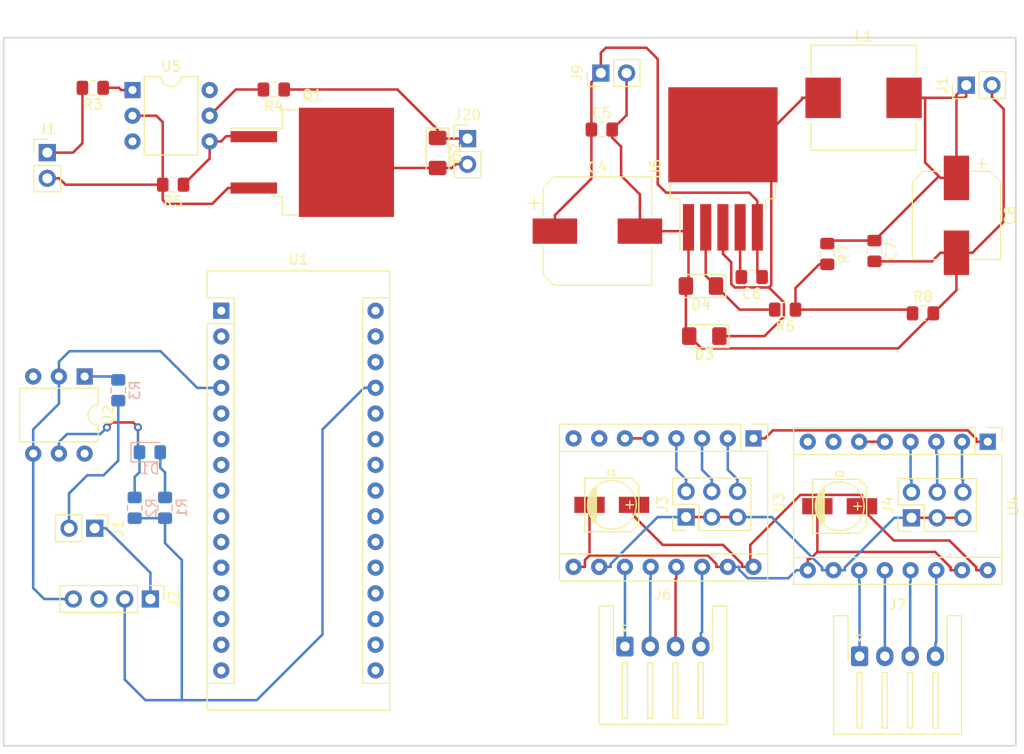
<source format=kicad_pcb>
(kicad_pcb (version 20171130) (host pcbnew 5.0.2-bee76a0~70~ubuntu18.04.1)

  (general
    (thickness 1.6)
    (drawings 4)
    (tracks 279)
    (zones 0)
    (modules 38)
    (nets 67)
  )

  (page A4)
  (layers
    (0 F.Cu signal)
    (31 B.Cu signal)
    (32 B.Adhes user)
    (33 F.Adhes user)
    (34 B.Paste user)
    (35 F.Paste user)
    (36 B.SilkS user)
    (37 F.SilkS user)
    (38 B.Mask user)
    (39 F.Mask user)
    (40 Dwgs.User user)
    (41 Cmts.User user)
    (42 Eco1.User user)
    (43 Eco2.User user)
    (44 Edge.Cuts user)
    (45 Margin user)
    (46 B.CrtYd user)
    (47 F.CrtYd user)
    (48 B.Fab user)
    (49 F.Fab user)
  )

  (setup
    (last_trace_width 0.25)
    (trace_clearance 0.2)
    (zone_clearance 0.508)
    (zone_45_only no)
    (trace_min 0.2)
    (segment_width 0.2)
    (edge_width 0.15)
    (via_size 0.8)
    (via_drill 0.4)
    (via_min_size 0.4)
    (via_min_drill 0.3)
    (uvia_size 0.3)
    (uvia_drill 0.1)
    (uvias_allowed no)
    (uvia_min_size 0.2)
    (uvia_min_drill 0.1)
    (pcb_text_width 0.3)
    (pcb_text_size 1.5 1.5)
    (mod_edge_width 0.15)
    (mod_text_size 1 1)
    (mod_text_width 0.15)
    (pad_size 1.524 1.524)
    (pad_drill 0.762)
    (pad_to_mask_clearance 0.051)
    (solder_mask_min_width 0.25)
    (aux_axis_origin 0 0)
    (visible_elements FFFFFF7F)
    (pcbplotparams
      (layerselection 0x010fc_ffffffff)
      (usegerberextensions false)
      (usegerberattributes false)
      (usegerberadvancedattributes false)
      (creategerberjobfile false)
      (excludeedgelayer true)
      (linewidth 0.100000)
      (plotframeref false)
      (viasonmask false)
      (mode 1)
      (useauxorigin false)
      (hpglpennumber 1)
      (hpglpenspeed 20)
      (hpglpendiameter 15.000000)
      (psnegative false)
      (psa4output false)
      (plotreference true)
      (plotvalue true)
      (plotinvisibletext false)
      (padsonsilk false)
      (subtractmaskfromsilk false)
      (outputformat 1)
      (mirror false)
      (drillshape 1)
      (scaleselection 1)
      (outputdirectory ""))
  )

  (net 0 "")
  (net 1 "Net-(R6-Pad1)")
  (net 2 "Net-(D4-Pad1)")
  (net 3 +12V)
  (net 4 GND)
  (net 5 "Net-(D3-Pad1)")
  (net 6 "Net-(C6-Pad2)")
  (net 7 +24V)
  (net 8 "Net-(R3-Pad1)")
  (net 9 Spindle)
  (net 10 "Net-(R4-Pad2)")
  (net 11 "Net-(Q1-Pad1)")
  (net 12 "Net-(D2-Pad2)")
  (net 13 "Net-(U5-Pad3)")
  (net 14 "Net-(U5-Pad6)")
  (net 15 +VMot)
  (net 16 Step_Enable)
  (net 17 +5V)
  (net 18 X_Step)
  (net 19 X_Dir)
  (net 20 Y_Dir)
  (net 21 Y_Step)
  (net 22 "Net-(J6-Pad4)")
  (net 23 "Net-(U3-Pad5)")
  (net 24 "Net-(J6-Pad3)")
  (net 25 "Net-(J6-Pad2)")
  (net 26 "Net-(J3-Pad2)")
  (net 27 "Net-(J6-Pad1)")
  (net 28 "Net-(J3-Pad4)")
  (net 29 "Net-(J3-Pad6)")
  (net 30 "Net-(J4-Pad6)")
  (net 31 "Net-(J4-Pad4)")
  (net 32 "Net-(J7-Pad1)")
  (net 33 "Net-(J4-Pad2)")
  (net 34 "Net-(J7-Pad2)")
  (net 35 "Net-(U4-Pad5)")
  (net 36 "Net-(J7-Pad3)")
  (net 37 "Net-(J7-Pad4)")
  (net 38 Z_Step)
  (net 39 Z_Dir)
  (net 40 Grbl_Tx)
  (net 41 "Net-(U1-Pad17)")
  (net 42 Grbl_Rx)
  (net 43 "Net-(U1-Pad18)")
  (net 44 "Net-(U1-Pad3)")
  (net 45 Grbl_Reset)
  (net 46 Hold)
  (net 47 Start)
  (net 48 Flood)
  (net 49 Mist)
  (net 50 Probe)
  (net 51 A6)
  (net 52 A7)
  (net 53 X_Limit)
  (net 54 "Net-(U1-Pad28)")
  (net 55 Y_Limit)
  (net 56 "Net-(U1-Pad29)")
  (net 57 "Net-(U1-Pad30)")
  (net 58 Z_Limit)
  (net 59 Spindle_Dir)
  (net 60 "Net-(D1-Pad2)")
  (net 61 "Net-(D1-Pad1)")
  (net 62 "Net-(J1-Pad2)")
  (net 63 "Net-(R3-Pad2)")
  (net 64 "Net-(U2-Pad3)")
  (net 65 "Net-(U2-Pad6)")
  (net 66 "Net-(J2-Pad3)")

  (net_class Default "This is the default net class."
    (clearance 0.2)
    (trace_width 0.25)
    (via_dia 0.8)
    (via_drill 0.4)
    (uvia_dia 0.3)
    (uvia_drill 0.1)
    (add_net +12V)
    (add_net +24V)
    (add_net +5V)
    (add_net +VMot)
    (add_net A6)
    (add_net A7)
    (add_net Flood)
    (add_net GND)
    (add_net Grbl_Reset)
    (add_net Grbl_Rx)
    (add_net Grbl_Tx)
    (add_net Hold)
    (add_net Mist)
    (add_net "Net-(C6-Pad2)")
    (add_net "Net-(D1-Pad1)")
    (add_net "Net-(D1-Pad2)")
    (add_net "Net-(D2-Pad2)")
    (add_net "Net-(D3-Pad1)")
    (add_net "Net-(D4-Pad1)")
    (add_net "Net-(J1-Pad2)")
    (add_net "Net-(J2-Pad3)")
    (add_net "Net-(J3-Pad2)")
    (add_net "Net-(J3-Pad4)")
    (add_net "Net-(J3-Pad6)")
    (add_net "Net-(J4-Pad2)")
    (add_net "Net-(J4-Pad4)")
    (add_net "Net-(J4-Pad6)")
    (add_net "Net-(J6-Pad1)")
    (add_net "Net-(J6-Pad2)")
    (add_net "Net-(J6-Pad3)")
    (add_net "Net-(J6-Pad4)")
    (add_net "Net-(J7-Pad1)")
    (add_net "Net-(J7-Pad2)")
    (add_net "Net-(J7-Pad3)")
    (add_net "Net-(J7-Pad4)")
    (add_net "Net-(Q1-Pad1)")
    (add_net "Net-(R3-Pad1)")
    (add_net "Net-(R3-Pad2)")
    (add_net "Net-(R4-Pad2)")
    (add_net "Net-(R6-Pad1)")
    (add_net "Net-(U1-Pad17)")
    (add_net "Net-(U1-Pad18)")
    (add_net "Net-(U1-Pad28)")
    (add_net "Net-(U1-Pad29)")
    (add_net "Net-(U1-Pad3)")
    (add_net "Net-(U1-Pad30)")
    (add_net "Net-(U2-Pad3)")
    (add_net "Net-(U2-Pad6)")
    (add_net "Net-(U3-Pad5)")
    (add_net "Net-(U4-Pad5)")
    (add_net "Net-(U5-Pad3)")
    (add_net "Net-(U5-Pad6)")
    (add_net Probe)
    (add_net Spindle)
    (add_net Spindle_Dir)
    (add_net Start)
    (add_net Step_Enable)
    (add_net X_Dir)
    (add_net X_Limit)
    (add_net X_Step)
    (add_net Y_Dir)
    (add_net Y_Limit)
    (add_net Y_Step)
    (add_net Z_Dir)
    (add_net Z_Limit)
    (add_net Z_Step)
  )

  (module Connector_PinHeader_2.54mm:PinHeader_1x02_P2.54mm_Vertical (layer F.Cu) (tedit 59FED5CC) (tstamp 5C06BA05)
    (at 59 3.5 90)
    (descr "Through hole straight pin header, 1x02, 2.54mm pitch, single row")
    (tags "Through hole pin header THT 1x02 2.54mm single row")
    (path /5C080E2B)
    (fp_text reference J9 (at 0 -2.33 90) (layer F.SilkS)
      (effects (font (size 1 1) (thickness 0.15)))
    )
    (fp_text value Barrel_Jack_Switch (at 0 4.87 90) (layer F.Fab)
      (effects (font (size 1 1) (thickness 0.15)))
    )
    (fp_text user %R (at 0 1.27 180) (layer F.Fab)
      (effects (font (size 1 1) (thickness 0.15)))
    )
    (fp_line (start 1.8 -1.8) (end -1.8 -1.8) (layer F.CrtYd) (width 0.05))
    (fp_line (start 1.8 4.35) (end 1.8 -1.8) (layer F.CrtYd) (width 0.05))
    (fp_line (start -1.8 4.35) (end 1.8 4.35) (layer F.CrtYd) (width 0.05))
    (fp_line (start -1.8 -1.8) (end -1.8 4.35) (layer F.CrtYd) (width 0.05))
    (fp_line (start -1.33 -1.33) (end 0 -1.33) (layer F.SilkS) (width 0.12))
    (fp_line (start -1.33 0) (end -1.33 -1.33) (layer F.SilkS) (width 0.12))
    (fp_line (start -1.33 1.27) (end 1.33 1.27) (layer F.SilkS) (width 0.12))
    (fp_line (start 1.33 1.27) (end 1.33 3.87) (layer F.SilkS) (width 0.12))
    (fp_line (start -1.33 1.27) (end -1.33 3.87) (layer F.SilkS) (width 0.12))
    (fp_line (start -1.33 3.87) (end 1.33 3.87) (layer F.SilkS) (width 0.12))
    (fp_line (start -1.27 -0.635) (end -0.635 -1.27) (layer F.Fab) (width 0.1))
    (fp_line (start -1.27 3.81) (end -1.27 -0.635) (layer F.Fab) (width 0.1))
    (fp_line (start 1.27 3.81) (end -1.27 3.81) (layer F.Fab) (width 0.1))
    (fp_line (start 1.27 -1.27) (end 1.27 3.81) (layer F.Fab) (width 0.1))
    (fp_line (start -0.635 -1.27) (end 1.27 -1.27) (layer F.Fab) (width 0.1))
    (pad 2 thru_hole oval (at 0 2.54 90) (size 1.7 1.7) (drill 1) (layers *.Cu *.Mask)
      (net 4 GND))
    (pad 1 thru_hole rect (at 0 0 90) (size 1.7 1.7) (drill 1) (layers *.Cu *.Mask)
      (net 7 +24V))
    (model ${KISYS3DMOD}/Connector_PinHeader_2.54mm.3dshapes/PinHeader_1x02_P2.54mm_Vertical.wrl
      (at (xyz 0 0 0))
      (scale (xyz 1 1 1))
      (rotate (xyz 0 0 0))
    )
  )

  (module Connector_PinHeader_2.54mm:PinHeader_1x02_P2.54mm_Vertical (layer F.Cu) (tedit 59FED5CC) (tstamp 5C14B1A2)
    (at 95.1 4.7 90)
    (descr "Through hole straight pin header, 1x02, 2.54mm pitch, single row")
    (tags "Through hole pin header THT 1x02 2.54mm single row")
    (path /5C06C762)
    (fp_text reference J1 (at 0 -2.33 90) (layer F.SilkS)
      (effects (font (size 1 1) (thickness 0.15)))
    )
    (fp_text value Conn_01x02 (at 0 4.87 90) (layer F.Fab)
      (effects (font (size 1 1) (thickness 0.15)))
    )
    (fp_line (start -0.635 -1.27) (end 1.27 -1.27) (layer F.Fab) (width 0.1))
    (fp_line (start 1.27 -1.27) (end 1.27 3.81) (layer F.Fab) (width 0.1))
    (fp_line (start 1.27 3.81) (end -1.27 3.81) (layer F.Fab) (width 0.1))
    (fp_line (start -1.27 3.81) (end -1.27 -0.635) (layer F.Fab) (width 0.1))
    (fp_line (start -1.27 -0.635) (end -0.635 -1.27) (layer F.Fab) (width 0.1))
    (fp_line (start -1.33 3.87) (end 1.33 3.87) (layer F.SilkS) (width 0.12))
    (fp_line (start -1.33 1.27) (end -1.33 3.87) (layer F.SilkS) (width 0.12))
    (fp_line (start 1.33 1.27) (end 1.33 3.87) (layer F.SilkS) (width 0.12))
    (fp_line (start -1.33 1.27) (end 1.33 1.27) (layer F.SilkS) (width 0.12))
    (fp_line (start -1.33 0) (end -1.33 -1.33) (layer F.SilkS) (width 0.12))
    (fp_line (start -1.33 -1.33) (end 0 -1.33) (layer F.SilkS) (width 0.12))
    (fp_line (start -1.8 -1.8) (end -1.8 4.35) (layer F.CrtYd) (width 0.05))
    (fp_line (start -1.8 4.35) (end 1.8 4.35) (layer F.CrtYd) (width 0.05))
    (fp_line (start 1.8 4.35) (end 1.8 -1.8) (layer F.CrtYd) (width 0.05))
    (fp_line (start 1.8 -1.8) (end -1.8 -1.8) (layer F.CrtYd) (width 0.05))
    (fp_text user %R (at 0 1.27 180) (layer F.Fab)
      (effects (font (size 1 1) (thickness 0.15)))
    )
    (pad 1 thru_hole rect (at 0 0 90) (size 1.7 1.7) (drill 1) (layers *.Cu *.Mask)
      (net 3 +12V))
    (pad 2 thru_hole oval (at 0 2.54 90) (size 1.7 1.7) (drill 1) (layers *.Cu *.Mask)
      (net 4 GND))
    (model ${KISYS3DMOD}/Connector_PinHeader_2.54mm.3dshapes/PinHeader_1x02_P2.54mm_Vertical.wrl
      (at (xyz 0 0 0))
      (scale (xyz 1 1 1))
      (rotate (xyz 0 0 0))
    )
  )

  (module Capacitor_SMD:CP_Elec_10x10.5 (layer F.Cu) (tedit 5A841F9D) (tstamp 5C06BA88)
    (at 58.66 19.130001)
    (descr "SMT capacitor, aluminium electrolytic, 10x10, Vishay 1010 http://www.vishay.com/docs/28395/150crz.pdf")
    (tags "Capacitor Electrolytic")
    (path /5C06FF69)
    (attr smd)
    (fp_text reference C4 (at 0 -6.3) (layer F.SilkS)
      (effects (font (size 1 1) (thickness 0.15)))
    )
    (fp_text value CP220uf,50V (at 0 6.3) (layer F.Fab)
      (effects (font (size 1 1) (thickness 0.15)))
    )
    (fp_circle (center 0 0) (end 5 0) (layer F.Fab) (width 0.1))
    (fp_line (start 5.25 -5.25) (end 5.25 5.25) (layer F.Fab) (width 0.1))
    (fp_line (start -4.25 -5.25) (end 5.25 -5.25) (layer F.Fab) (width 0.1))
    (fp_line (start -4.25 5.25) (end 5.25 5.25) (layer F.Fab) (width 0.1))
    (fp_line (start -5.25 -4.25) (end -5.25 4.25) (layer F.Fab) (width 0.1))
    (fp_line (start -5.25 -4.25) (end -4.25 -5.25) (layer F.Fab) (width 0.1))
    (fp_line (start -5.25 4.25) (end -4.25 5.25) (layer F.Fab) (width 0.1))
    (fp_line (start -4.558325 -1.7) (end -3.558325 -1.7) (layer F.Fab) (width 0.1))
    (fp_line (start -4.058325 -2.2) (end -4.058325 -1.2) (layer F.Fab) (width 0.1))
    (fp_line (start 5.36 5.36) (end 5.36 1.51) (layer F.SilkS) (width 0.12))
    (fp_line (start 5.36 -5.36) (end 5.36 -1.51) (layer F.SilkS) (width 0.12))
    (fp_line (start -4.295563 -5.36) (end 5.36 -5.36) (layer F.SilkS) (width 0.12))
    (fp_line (start -4.295563 5.36) (end 5.36 5.36) (layer F.SilkS) (width 0.12))
    (fp_line (start -5.36 4.295563) (end -5.36 1.51) (layer F.SilkS) (width 0.12))
    (fp_line (start -5.36 -4.295563) (end -5.36 -1.51) (layer F.SilkS) (width 0.12))
    (fp_line (start -5.36 -4.295563) (end -4.295563 -5.36) (layer F.SilkS) (width 0.12))
    (fp_line (start -5.36 4.295563) (end -4.295563 5.36) (layer F.SilkS) (width 0.12))
    (fp_line (start -6.85 -2.76) (end -5.6 -2.76) (layer F.SilkS) (width 0.12))
    (fp_line (start -6.225 -3.385) (end -6.225 -2.135) (layer F.SilkS) (width 0.12))
    (fp_line (start 5.5 -5.5) (end 5.5 -1.5) (layer F.CrtYd) (width 0.05))
    (fp_line (start 5.5 -1.5) (end 6.65 -1.5) (layer F.CrtYd) (width 0.05))
    (fp_line (start 6.65 -1.5) (end 6.65 1.5) (layer F.CrtYd) (width 0.05))
    (fp_line (start 6.65 1.5) (end 5.5 1.5) (layer F.CrtYd) (width 0.05))
    (fp_line (start 5.5 1.5) (end 5.5 5.5) (layer F.CrtYd) (width 0.05))
    (fp_line (start -4.35 5.5) (end 5.5 5.5) (layer F.CrtYd) (width 0.05))
    (fp_line (start -4.35 -5.5) (end 5.5 -5.5) (layer F.CrtYd) (width 0.05))
    (fp_line (start -5.5 4.35) (end -4.35 5.5) (layer F.CrtYd) (width 0.05))
    (fp_line (start -5.5 -4.35) (end -4.35 -5.5) (layer F.CrtYd) (width 0.05))
    (fp_line (start -5.5 -4.35) (end -5.5 -1.5) (layer F.CrtYd) (width 0.05))
    (fp_line (start -5.5 1.5) (end -5.5 4.35) (layer F.CrtYd) (width 0.05))
    (fp_line (start -5.5 -1.5) (end -6.65 -1.5) (layer F.CrtYd) (width 0.05))
    (fp_line (start -6.65 -1.5) (end -6.65 1.5) (layer F.CrtYd) (width 0.05))
    (fp_line (start -6.65 1.5) (end -5.5 1.5) (layer F.CrtYd) (width 0.05))
    (fp_text user %R (at 0 0) (layer F.Fab)
      (effects (font (size 1 1) (thickness 0.15)))
    )
    (pad 1 smd rect (at -4.2 0) (size 4.4 2.5) (layers F.Cu F.Paste F.Mask)
      (net 7 +24V))
    (pad 2 smd rect (at 4.2 0) (size 4.4 2.5) (layers F.Cu F.Paste F.Mask)
      (net 4 GND))
    (model ${KISYS3DMOD}/Capacitor_SMD.3dshapes/CP_Elec_10x10.5.wrl
      (at (xyz 0 0 0))
      (scale (xyz 1 1 1))
      (rotate (xyz 0 0 0))
    )
  )

  (module Capacitor_SMD:CP_Elec_8x10.5 (layer F.Cu) (tedit 5A841F9D) (tstamp 5C06BA60)
    (at 94.13 17.57 270)
    (descr "SMT capacitor, aluminium electrolytic, 8x10.5, Vishay 0810 http://www.vishay.com/docs/28395/150crz.pdf")
    (tags "Capacitor Electrolytic")
    (path /5C0715C0)
    (attr smd)
    (fp_text reference C8 (at 0 -5.3 270) (layer F.SilkS)
      (effects (font (size 1 1) (thickness 0.15)))
    )
    (fp_text value CP330uf,25V (at 0 5.3 270) (layer F.Fab)
      (effects (font (size 1 1) (thickness 0.15)))
    )
    (fp_circle (center 0 0) (end 4 0) (layer F.Fab) (width 0.1))
    (fp_line (start 4.25 -4.25) (end 4.25 4.25) (layer F.Fab) (width 0.1))
    (fp_line (start -3.25 -4.25) (end 4.25 -4.25) (layer F.Fab) (width 0.1))
    (fp_line (start -3.25 4.25) (end 4.25 4.25) (layer F.Fab) (width 0.1))
    (fp_line (start -4.25 -3.25) (end -4.25 3.25) (layer F.Fab) (width 0.1))
    (fp_line (start -4.25 -3.25) (end -3.25 -4.25) (layer F.Fab) (width 0.1))
    (fp_line (start -4.25 3.25) (end -3.25 4.25) (layer F.Fab) (width 0.1))
    (fp_line (start -3.562278 -1.5) (end -2.762278 -1.5) (layer F.Fab) (width 0.1))
    (fp_line (start -3.162278 -1.9) (end -3.162278 -1.1) (layer F.Fab) (width 0.1))
    (fp_line (start 4.36 4.36) (end 4.36 1.51) (layer F.SilkS) (width 0.12))
    (fp_line (start 4.36 -4.36) (end 4.36 -1.51) (layer F.SilkS) (width 0.12))
    (fp_line (start -3.295563 -4.36) (end 4.36 -4.36) (layer F.SilkS) (width 0.12))
    (fp_line (start -3.295563 4.36) (end 4.36 4.36) (layer F.SilkS) (width 0.12))
    (fp_line (start -4.36 3.295563) (end -4.36 1.51) (layer F.SilkS) (width 0.12))
    (fp_line (start -4.36 -3.295563) (end -4.36 -1.51) (layer F.SilkS) (width 0.12))
    (fp_line (start -4.36 -3.295563) (end -3.295563 -4.36) (layer F.SilkS) (width 0.12))
    (fp_line (start -4.36 3.295563) (end -3.295563 4.36) (layer F.SilkS) (width 0.12))
    (fp_line (start -5.6 -2.51) (end -4.6 -2.51) (layer F.SilkS) (width 0.12))
    (fp_line (start -5.1 -3.01) (end -5.1 -2.01) (layer F.SilkS) (width 0.12))
    (fp_line (start 4.5 -4.5) (end 4.5 -1.5) (layer F.CrtYd) (width 0.05))
    (fp_line (start 4.5 -1.5) (end 6.15 -1.5) (layer F.CrtYd) (width 0.05))
    (fp_line (start 6.15 -1.5) (end 6.15 1.5) (layer F.CrtYd) (width 0.05))
    (fp_line (start 6.15 1.5) (end 4.5 1.5) (layer F.CrtYd) (width 0.05))
    (fp_line (start 4.5 1.5) (end 4.5 4.5) (layer F.CrtYd) (width 0.05))
    (fp_line (start -3.35 4.5) (end 4.5 4.5) (layer F.CrtYd) (width 0.05))
    (fp_line (start -3.35 -4.5) (end 4.5 -4.5) (layer F.CrtYd) (width 0.05))
    (fp_line (start -4.5 3.35) (end -3.35 4.5) (layer F.CrtYd) (width 0.05))
    (fp_line (start -4.5 -3.35) (end -3.35 -4.5) (layer F.CrtYd) (width 0.05))
    (fp_line (start -4.5 -3.35) (end -4.5 -1.5) (layer F.CrtYd) (width 0.05))
    (fp_line (start -4.5 1.5) (end -4.5 3.35) (layer F.CrtYd) (width 0.05))
    (fp_line (start -4.5 -1.5) (end -6.15 -1.5) (layer F.CrtYd) (width 0.05))
    (fp_line (start -6.15 -1.5) (end -6.15 1.5) (layer F.CrtYd) (width 0.05))
    (fp_line (start -6.15 1.5) (end -4.5 1.5) (layer F.CrtYd) (width 0.05))
    (fp_text user %R (at 0 0 270) (layer F.Fab)
      (effects (font (size 1 1) (thickness 0.15)))
    )
    (pad 1 smd rect (at -3.7 0 270) (size 4.4 2.5) (layers F.Cu F.Paste F.Mask)
      (net 3 +12V))
    (pad 2 smd rect (at 3.7 0 270) (size 4.4 2.5) (layers F.Cu F.Paste F.Mask)
      (net 4 GND))
    (model ${KISYS3DMOD}/Capacitor_SMD.3dshapes/CP_Elec_8x10.5.wrl
      (at (xyz 0 0 0))
      (scale (xyz 1 1 1))
      (rotate (xyz 0 0 0))
    )
  )

  (module Capacitor_SMD:C_0805_2012Metric_Pad1.15x1.40mm_HandSolder (layer F.Cu) (tedit 5B36C52B) (tstamp 5C06BA38)
    (at 86.03 21.09 270)
    (descr "Capacitor SMD 0805 (2012 Metric), square (rectangular) end terminal, IPC_7351 nominal with elongated pad for handsoldering. (Body size source: https://docs.google.com/spreadsheets/d/1BsfQQcO9C6DZCsRaXUlFlo91Tg2WpOkGARC1WS5S8t0/edit?usp=sharing), generated with kicad-footprint-generator")
    (tags "capacitor handsolder")
    (path /5C07141B)
    (attr smd)
    (fp_text reference C7 (at 0 -1.65 270) (layer F.SilkS)
      (effects (font (size 1 1) (thickness 0.15)))
    )
    (fp_text value C105,0805 (at 0 1.65 270) (layer F.Fab)
      (effects (font (size 1 1) (thickness 0.15)))
    )
    (fp_line (start -1 0.6) (end -1 -0.6) (layer F.Fab) (width 0.1))
    (fp_line (start -1 -0.6) (end 1 -0.6) (layer F.Fab) (width 0.1))
    (fp_line (start 1 -0.6) (end 1 0.6) (layer F.Fab) (width 0.1))
    (fp_line (start 1 0.6) (end -1 0.6) (layer F.Fab) (width 0.1))
    (fp_line (start -0.261252 -0.71) (end 0.261252 -0.71) (layer F.SilkS) (width 0.12))
    (fp_line (start -0.261252 0.71) (end 0.261252 0.71) (layer F.SilkS) (width 0.12))
    (fp_line (start -1.85 0.95) (end -1.85 -0.95) (layer F.CrtYd) (width 0.05))
    (fp_line (start -1.85 -0.95) (end 1.85 -0.95) (layer F.CrtYd) (width 0.05))
    (fp_line (start 1.85 -0.95) (end 1.85 0.95) (layer F.CrtYd) (width 0.05))
    (fp_line (start 1.85 0.95) (end -1.85 0.95) (layer F.CrtYd) (width 0.05))
    (fp_text user %R (at 0 0 270) (layer F.Fab)
      (effects (font (size 0.5 0.5) (thickness 0.08)))
    )
    (pad 1 smd roundrect (at -1.025 0 270) (size 1.15 1.4) (layers F.Cu F.Paste F.Mask) (roundrect_rratio 0.217391)
      (net 3 +12V))
    (pad 2 smd roundrect (at 1.025 0 270) (size 1.15 1.4) (layers F.Cu F.Paste F.Mask) (roundrect_rratio 0.217391)
      (net 4 GND))
    (model ${KISYS3DMOD}/Capacitor_SMD.3dshapes/C_0805_2012Metric.wrl
      (at (xyz 0 0 0))
      (scale (xyz 1 1 1))
      (rotate (xyz 0 0 0))
    )
  )

  (module Capacitor_SMD:C_0805_2012Metric_Pad1.15x1.40mm_HandSolder (layer F.Cu) (tedit 5B36C52B) (tstamp 5C06BA27)
    (at 73.905 23.67 180)
    (descr "Capacitor SMD 0805 (2012 Metric), square (rectangular) end terminal, IPC_7351 nominal with elongated pad for handsoldering. (Body size source: https://docs.google.com/spreadsheets/d/1BsfQQcO9C6DZCsRaXUlFlo91Tg2WpOkGARC1WS5S8t0/edit?usp=sharing), generated with kicad-footprint-generator")
    (tags "capacitor handsolder")
    (path /5C0700F4)
    (attr smd)
    (fp_text reference C6 (at 0 -1.65 180) (layer F.SilkS)
      (effects (font (size 1 1) (thickness 0.15)))
    )
    (fp_text value C105,0805 (at 0 1.65 180) (layer F.Fab)
      (effects (font (size 1 1) (thickness 0.15)))
    )
    (fp_text user %R (at 0 0 180) (layer F.Fab)
      (effects (font (size 0.5 0.5) (thickness 0.08)))
    )
    (fp_line (start 1.85 0.95) (end -1.85 0.95) (layer F.CrtYd) (width 0.05))
    (fp_line (start 1.85 -0.95) (end 1.85 0.95) (layer F.CrtYd) (width 0.05))
    (fp_line (start -1.85 -0.95) (end 1.85 -0.95) (layer F.CrtYd) (width 0.05))
    (fp_line (start -1.85 0.95) (end -1.85 -0.95) (layer F.CrtYd) (width 0.05))
    (fp_line (start -0.261252 0.71) (end 0.261252 0.71) (layer F.SilkS) (width 0.12))
    (fp_line (start -0.261252 -0.71) (end 0.261252 -0.71) (layer F.SilkS) (width 0.12))
    (fp_line (start 1 0.6) (end -1 0.6) (layer F.Fab) (width 0.1))
    (fp_line (start 1 -0.6) (end 1 0.6) (layer F.Fab) (width 0.1))
    (fp_line (start -1 -0.6) (end 1 -0.6) (layer F.Fab) (width 0.1))
    (fp_line (start -1 0.6) (end -1 -0.6) (layer F.Fab) (width 0.1))
    (pad 2 smd roundrect (at 1.025 0 180) (size 1.15 1.4) (layers F.Cu F.Paste F.Mask) (roundrect_rratio 0.217391)
      (net 6 "Net-(C6-Pad2)"))
    (pad 1 smd roundrect (at -1.025 0 180) (size 1.15 1.4) (layers F.Cu F.Paste F.Mask) (roundrect_rratio 0.217391)
      (net 7 +24V))
    (model ${KISYS3DMOD}/Capacitor_SMD.3dshapes/C_0805_2012Metric.wrl
      (at (xyz 0 0 0))
      (scale (xyz 1 1 1))
      (rotate (xyz 0 0 0))
    )
  )

  (module Capacitor_SMD:C_0805_2012Metric_Pad1.15x1.40mm_HandSolder (layer F.Cu) (tedit 5B36C52B) (tstamp 5C06BA16)
    (at 59.089999 9.09)
    (descr "Capacitor SMD 0805 (2012 Metric), square (rectangular) end terminal, IPC_7351 nominal with elongated pad for handsoldering. (Body size source: https://docs.google.com/spreadsheets/d/1BsfQQcO9C6DZCsRaXUlFlo91Tg2WpOkGARC1WS5S8t0/edit?usp=sharing), generated with kicad-footprint-generator")
    (tags "capacitor handsolder")
    (path /5C070084)
    (attr smd)
    (fp_text reference C5 (at 0 -1.65) (layer F.SilkS)
      (effects (font (size 1 1) (thickness 0.15)))
    )
    (fp_text value C105,0805 (at 0 1.65) (layer F.Fab)
      (effects (font (size 1 1) (thickness 0.15)))
    )
    (fp_line (start -1 0.6) (end -1 -0.6) (layer F.Fab) (width 0.1))
    (fp_line (start -1 -0.6) (end 1 -0.6) (layer F.Fab) (width 0.1))
    (fp_line (start 1 -0.6) (end 1 0.6) (layer F.Fab) (width 0.1))
    (fp_line (start 1 0.6) (end -1 0.6) (layer F.Fab) (width 0.1))
    (fp_line (start -0.261252 -0.71) (end 0.261252 -0.71) (layer F.SilkS) (width 0.12))
    (fp_line (start -0.261252 0.71) (end 0.261252 0.71) (layer F.SilkS) (width 0.12))
    (fp_line (start -1.85 0.95) (end -1.85 -0.95) (layer F.CrtYd) (width 0.05))
    (fp_line (start -1.85 -0.95) (end 1.85 -0.95) (layer F.CrtYd) (width 0.05))
    (fp_line (start 1.85 -0.95) (end 1.85 0.95) (layer F.CrtYd) (width 0.05))
    (fp_line (start 1.85 0.95) (end -1.85 0.95) (layer F.CrtYd) (width 0.05))
    (fp_text user %R (at 0 0) (layer F.Fab)
      (effects (font (size 0.5 0.5) (thickness 0.08)))
    )
    (pad 1 smd roundrect (at -1.025 0) (size 1.15 1.4) (layers F.Cu F.Paste F.Mask) (roundrect_rratio 0.217391)
      (net 7 +24V))
    (pad 2 smd roundrect (at 1.025 0) (size 1.15 1.4) (layers F.Cu F.Paste F.Mask) (roundrect_rratio 0.217391)
      (net 4 GND))
    (model ${KISYS3DMOD}/Capacitor_SMD.3dshapes/C_0805_2012Metric.wrl
      (at (xyz 0 0 0))
      (scale (xyz 1 1 1))
      (rotate (xyz 0 0 0))
    )
  )

  (module Diode_SMD:D_1206_3216Metric_Pad1.42x1.75mm_HandSolder (layer F.Cu) (tedit 5B4B45C8) (tstamp 5C06B9E2)
    (at 68.8875 24.56 180)
    (descr "Diode SMD 1206 (3216 Metric), square (rectangular) end terminal, IPC_7351 nominal, (Body size source: http://www.tortai-tech.com/upload/download/2011102023233369053.pdf), generated with kicad-footprint-generator")
    (tags "diode handsolder")
    (path /5C070F09)
    (attr smd)
    (fp_text reference D4 (at 0 -1.82 180) (layer F.SilkS)
      (effects (font (size 1 1) (thickness 0.15)))
    )
    (fp_text value SD_1N5817_SS12 (at 0 1.82 180) (layer F.Fab)
      (effects (font (size 1 1) (thickness 0.15)))
    )
    (fp_text user %R (at 0 0 180) (layer F.Fab)
      (effects (font (size 0.8 0.8) (thickness 0.12)))
    )
    (fp_line (start 2.45 1.12) (end -2.45 1.12) (layer F.CrtYd) (width 0.05))
    (fp_line (start 2.45 -1.12) (end 2.45 1.12) (layer F.CrtYd) (width 0.05))
    (fp_line (start -2.45 -1.12) (end 2.45 -1.12) (layer F.CrtYd) (width 0.05))
    (fp_line (start -2.45 1.12) (end -2.45 -1.12) (layer F.CrtYd) (width 0.05))
    (fp_line (start -2.46 1.135) (end 1.6 1.135) (layer F.SilkS) (width 0.12))
    (fp_line (start -2.46 -1.135) (end -2.46 1.135) (layer F.SilkS) (width 0.12))
    (fp_line (start 1.6 -1.135) (end -2.46 -1.135) (layer F.SilkS) (width 0.12))
    (fp_line (start 1.6 0.8) (end 1.6 -0.8) (layer F.Fab) (width 0.1))
    (fp_line (start -1.6 0.8) (end 1.6 0.8) (layer F.Fab) (width 0.1))
    (fp_line (start -1.6 -0.4) (end -1.6 0.8) (layer F.Fab) (width 0.1))
    (fp_line (start -1.2 -0.8) (end -1.6 -0.4) (layer F.Fab) (width 0.1))
    (fp_line (start 1.6 -0.8) (end -1.2 -0.8) (layer F.Fab) (width 0.1))
    (pad 2 smd roundrect (at 1.4875 0 180) (size 1.425 1.75) (layers F.Cu F.Paste F.Mask) (roundrect_rratio 0.175439)
      (net 4 GND))
    (pad 1 smd roundrect (at -1.4875 0 180) (size 1.425 1.75) (layers F.Cu F.Paste F.Mask) (roundrect_rratio 0.175439)
      (net 2 "Net-(D4-Pad1)"))
    (model ${KISYS3DMOD}/Diode_SMD.3dshapes/D_1206_3216Metric.wrl
      (at (xyz 0 0 0))
      (scale (xyz 1 1 1))
      (rotate (xyz 0 0 0))
    )
  )

  (module Diode_SMD:D_1206_3216Metric_Pad1.42x1.75mm_HandSolder (layer F.Cu) (tedit 5B4B45C8) (tstamp 5C06B9CF)
    (at 69.22 29.51 180)
    (descr "Diode SMD 1206 (3216 Metric), square (rectangular) end terminal, IPC_7351 nominal, (Body size source: http://www.tortai-tech.com/upload/download/2011102023233369053.pdf), generated with kicad-footprint-generator")
    (tags "diode handsolder")
    (path /5C070475)
    (attr smd)
    (fp_text reference D3 (at 0 -1.82 180) (layer F.SilkS)
      (effects (font (size 1 1) (thickness 0.15)))
    )
    (fp_text value SD_SS510 (at 0 1.82 180) (layer F.Fab)
      (effects (font (size 1 1) (thickness 0.15)))
    )
    (fp_line (start 1.6 -0.8) (end -1.2 -0.8) (layer F.Fab) (width 0.1))
    (fp_line (start -1.2 -0.8) (end -1.6 -0.4) (layer F.Fab) (width 0.1))
    (fp_line (start -1.6 -0.4) (end -1.6 0.8) (layer F.Fab) (width 0.1))
    (fp_line (start -1.6 0.8) (end 1.6 0.8) (layer F.Fab) (width 0.1))
    (fp_line (start 1.6 0.8) (end 1.6 -0.8) (layer F.Fab) (width 0.1))
    (fp_line (start 1.6 -1.135) (end -2.46 -1.135) (layer F.SilkS) (width 0.12))
    (fp_line (start -2.46 -1.135) (end -2.46 1.135) (layer F.SilkS) (width 0.12))
    (fp_line (start -2.46 1.135) (end 1.6 1.135) (layer F.SilkS) (width 0.12))
    (fp_line (start -2.45 1.12) (end -2.45 -1.12) (layer F.CrtYd) (width 0.05))
    (fp_line (start -2.45 -1.12) (end 2.45 -1.12) (layer F.CrtYd) (width 0.05))
    (fp_line (start 2.45 -1.12) (end 2.45 1.12) (layer F.CrtYd) (width 0.05))
    (fp_line (start 2.45 1.12) (end -2.45 1.12) (layer F.CrtYd) (width 0.05))
    (fp_text user %R (at 0 0 180) (layer F.Fab)
      (effects (font (size 0.8 0.8) (thickness 0.12)))
    )
    (pad 1 smd roundrect (at -1.4875 0 180) (size 1.425 1.75) (layers F.Cu F.Paste F.Mask) (roundrect_rratio 0.175439)
      (net 5 "Net-(D3-Pad1)"))
    (pad 2 smd roundrect (at 1.4875 0 180) (size 1.425 1.75) (layers F.Cu F.Paste F.Mask) (roundrect_rratio 0.175439)
      (net 4 GND))
    (model ${KISYS3DMOD}/Diode_SMD.3dshapes/D_1206_3216Metric.wrl
      (at (xyz 0 0 0))
      (scale (xyz 1 1 1))
      (rotate (xyz 0 0 0))
    )
  )

  (module Inductor_SMD:L_Wuerth_HCI-1040 (layer F.Cu) (tedit 5990349D) (tstamp 5C06B9BC)
    (at 84.96 5.95)
    (descr "Inductor, Wuerth Elektronik, Wuerth_HCI-1040, 10.2mmx10.2mm")
    (tags "inductor Wuerth hci smd")
    (path /5C070A72)
    (attr smd)
    (fp_text reference L1 (at 0 -6.1) (layer F.SilkS)
      (effects (font (size 1 1) (thickness 0.15)))
    )
    (fp_text value L_47UH,5A,1040 (at 0 6.6) (layer F.Fab)
      (effects (font (size 1 1) (thickness 0.15)))
    )
    (fp_text user %R (at 0 0) (layer F.Fab)
      (effects (font (size 1 1) (thickness 0.15)))
    )
    (fp_line (start -5.1 -5.1) (end -5.1 5.1) (layer F.Fab) (width 0.1))
    (fp_line (start -5.1 5.1) (end 5.1 5.1) (layer F.Fab) (width 0.1))
    (fp_line (start 5.1 5.1) (end 5.1 -5.1) (layer F.Fab) (width 0.1))
    (fp_line (start 5.1 -5.1) (end -5.1 -5.1) (layer F.Fab) (width 0.1))
    (fp_line (start -6 -5.35) (end -6 5.35) (layer F.CrtYd) (width 0.05))
    (fp_line (start -6 5.35) (end 6 5.35) (layer F.CrtYd) (width 0.05))
    (fp_line (start 6 5.35) (end 6 -5.35) (layer F.CrtYd) (width 0.05))
    (fp_line (start 6 -5.35) (end -6 -5.35) (layer F.CrtYd) (width 0.05))
    (fp_line (start -5.2 2.4) (end -5.2 5.2) (layer F.SilkS) (width 0.12))
    (fp_line (start -5.2 5.2) (end 5.2 5.2) (layer F.SilkS) (width 0.12))
    (fp_line (start 5.2 5.2) (end 5.2 2.4) (layer F.SilkS) (width 0.12))
    (fp_line (start -5.2 -2.4) (end -5.2 -5.2) (layer F.SilkS) (width 0.12))
    (fp_line (start -5.2 -5.2) (end 5.2 -5.2) (layer F.SilkS) (width 0.12))
    (fp_line (start 5.2 -5.2) (end 5.2 -2.4) (layer F.SilkS) (width 0.12))
    (pad 1 smd rect (at -4 0) (size 3.5 4) (layers F.Cu F.Paste F.Mask)
      (net 5 "Net-(D3-Pad1)"))
    (pad 2 smd rect (at 4 0) (size 3.5 4) (layers F.Cu F.Paste F.Mask)
      (net 3 +12V))
    (model ${KISYS3DMOD}/Inductor_SMD.3dshapes/L_Wuerth_HCI-1040.wrl
      (at (xyz 0 0 0))
      (scale (xyz 1 1 1))
      (rotate (xyz 0 0 0))
    )
  )

  (module Package_TO_SOT_SMD:TO-263-5_TabPin3 (layer F.Cu) (tedit 5A70FBB6) (tstamp 5C06B9A7)
    (at 71.06 12.98 90)
    (descr "TO-263 / D2PAK / DDPAK SMD package, http://www.infineon.com/cms/en/product/packages/PG-TO263/PG-TO263-5-1/")
    (tags "D2PAK DDPAK TO-263 D2PAK-5 TO-263-5 SOT-426")
    (path /5C07A2B2)
    (attr smd)
    (fp_text reference U6 (at 0 -6.65 90) (layer F.SilkS)
      (effects (font (size 1 1) (thickness 0.15)))
    )
    (fp_text value XL4015 (at 0 6.65 90) (layer F.Fab)
      (effects (font (size 1 1) (thickness 0.15)))
    )
    (fp_line (start 6.5 -5) (end 7.5 -5) (layer F.Fab) (width 0.1))
    (fp_line (start 7.5 -5) (end 7.5 5) (layer F.Fab) (width 0.1))
    (fp_line (start 7.5 5) (end 6.5 5) (layer F.Fab) (width 0.1))
    (fp_line (start 6.5 -5) (end 6.5 5) (layer F.Fab) (width 0.1))
    (fp_line (start 6.5 5) (end -2.75 5) (layer F.Fab) (width 0.1))
    (fp_line (start -2.75 5) (end -2.75 -4) (layer F.Fab) (width 0.1))
    (fp_line (start -2.75 -4) (end -1.75 -5) (layer F.Fab) (width 0.1))
    (fp_line (start -1.75 -5) (end 6.5 -5) (layer F.Fab) (width 0.1))
    (fp_line (start -2.75 -3.8) (end -7.45 -3.8) (layer F.Fab) (width 0.1))
    (fp_line (start -7.45 -3.8) (end -7.45 -3) (layer F.Fab) (width 0.1))
    (fp_line (start -7.45 -3) (end -2.75 -3) (layer F.Fab) (width 0.1))
    (fp_line (start -2.75 -2.1) (end -7.45 -2.1) (layer F.Fab) (width 0.1))
    (fp_line (start -7.45 -2.1) (end -7.45 -1.3) (layer F.Fab) (width 0.1))
    (fp_line (start -7.45 -1.3) (end -2.75 -1.3) (layer F.Fab) (width 0.1))
    (fp_line (start -2.75 -0.4) (end -7.45 -0.4) (layer F.Fab) (width 0.1))
    (fp_line (start -7.45 -0.4) (end -7.45 0.4) (layer F.Fab) (width 0.1))
    (fp_line (start -7.45 0.4) (end -2.75 0.4) (layer F.Fab) (width 0.1))
    (fp_line (start -2.75 1.3) (end -7.45 1.3) (layer F.Fab) (width 0.1))
    (fp_line (start -7.45 1.3) (end -7.45 2.1) (layer F.Fab) (width 0.1))
    (fp_line (start -7.45 2.1) (end -2.75 2.1) (layer F.Fab) (width 0.1))
    (fp_line (start -2.75 3) (end -7.45 3) (layer F.Fab) (width 0.1))
    (fp_line (start -7.45 3) (end -7.45 3.8) (layer F.Fab) (width 0.1))
    (fp_line (start -7.45 3.8) (end -2.75 3.8) (layer F.Fab) (width 0.1))
    (fp_line (start -1.45 -5.2) (end -2.95 -5.2) (layer F.SilkS) (width 0.12))
    (fp_line (start -2.95 -5.2) (end -2.95 -4.25) (layer F.SilkS) (width 0.12))
    (fp_line (start -2.95 -4.25) (end -8.075 -4.25) (layer F.SilkS) (width 0.12))
    (fp_line (start -1.45 5.2) (end -2.95 5.2) (layer F.SilkS) (width 0.12))
    (fp_line (start -2.95 5.2) (end -2.95 4.25) (layer F.SilkS) (width 0.12))
    (fp_line (start -2.95 4.25) (end -4.05 4.25) (layer F.SilkS) (width 0.12))
    (fp_line (start -8.32 -5.65) (end -8.32 5.65) (layer F.CrtYd) (width 0.05))
    (fp_line (start -8.32 5.65) (end 8.32 5.65) (layer F.CrtYd) (width 0.05))
    (fp_line (start 8.32 5.65) (end 8.32 -5.65) (layer F.CrtYd) (width 0.05))
    (fp_line (start 8.32 -5.65) (end -8.32 -5.65) (layer F.CrtYd) (width 0.05))
    (fp_text user %R (at 0 0 90) (layer F.Fab)
      (effects (font (size 1 1) (thickness 0.15)))
    )
    (pad 1 smd rect (at -5.775 -3.4 90) (size 4.6 1.1) (layers F.Cu F.Paste F.Mask)
      (net 4 GND))
    (pad 2 smd rect (at -5.775 -1.7 90) (size 4.6 1.1) (layers F.Cu F.Paste F.Mask)
      (net 2 "Net-(D4-Pad1)"))
    (pad 3 smd rect (at -5.775 0 90) (size 4.6 1.1) (layers F.Cu F.Paste F.Mask)
      (net 5 "Net-(D3-Pad1)"))
    (pad 4 smd rect (at -5.775 1.7 90) (size 4.6 1.1) (layers F.Cu F.Paste F.Mask)
      (net 6 "Net-(C6-Pad2)"))
    (pad 5 smd rect (at -5.775 3.4 90) (size 4.6 1.1) (layers F.Cu F.Paste F.Mask)
      (net 7 +24V))
    (pad 3 smd rect (at 3.375 0 90) (size 9.4 10.8) (layers F.Cu F.Mask)
      (net 5 "Net-(D3-Pad1)"))
    (pad "" smd rect (at 5.8 2.775 90) (size 4.55 5.25) (layers F.Paste))
    (pad "" smd rect (at 0.95 -2.775 90) (size 4.55 5.25) (layers F.Paste))
    (pad "" smd rect (at 5.8 -2.775 90) (size 4.55 5.25) (layers F.Paste))
    (pad "" smd rect (at 0.95 2.775 90) (size 4.55 5.25) (layers F.Paste))
    (model ${KISYS3DMOD}/Package_TO_SOT_SMD.3dshapes/TO-263-5_TabPin3.wrl
      (at (xyz 0 0 0))
      (scale (xyz 1 1 1))
      (rotate (xyz 0 0 0))
    )
  )

  (module Resistor_SMD:R_0805_2012Metric_Pad1.15x1.40mm_HandSolder (layer F.Cu) (tedit 5B36C52B) (tstamp 5C14BA1C)
    (at 90.82 27.26)
    (descr "Resistor SMD 0805 (2012 Metric), square (rectangular) end terminal, IPC_7351 nominal with elongated pad for handsoldering. (Body size source: https://docs.google.com/spreadsheets/d/1BsfQQcO9C6DZCsRaXUlFlo91Tg2WpOkGARC1WS5S8t0/edit?usp=sharing), generated with kicad-footprint-generator")
    (tags "resistor handsolder")
    (path /5C0719D1)
    (attr smd)
    (fp_text reference R8 (at 0 -1.65) (layer F.SilkS)
      (effects (font (size 1 1) (thickness 0.15)))
    )
    (fp_text value R332,0805 (at 0 1.65) (layer F.Fab)
      (effects (font (size 1 1) (thickness 0.15)))
    )
    (fp_line (start -1 0.6) (end -1 -0.6) (layer F.Fab) (width 0.1))
    (fp_line (start -1 -0.6) (end 1 -0.6) (layer F.Fab) (width 0.1))
    (fp_line (start 1 -0.6) (end 1 0.6) (layer F.Fab) (width 0.1))
    (fp_line (start 1 0.6) (end -1 0.6) (layer F.Fab) (width 0.1))
    (fp_line (start -0.261252 -0.71) (end 0.261252 -0.71) (layer F.SilkS) (width 0.12))
    (fp_line (start -0.261252 0.71) (end 0.261252 0.71) (layer F.SilkS) (width 0.12))
    (fp_line (start -1.85 0.95) (end -1.85 -0.95) (layer F.CrtYd) (width 0.05))
    (fp_line (start -1.85 -0.95) (end 1.85 -0.95) (layer F.CrtYd) (width 0.05))
    (fp_line (start 1.85 -0.95) (end 1.85 0.95) (layer F.CrtYd) (width 0.05))
    (fp_line (start 1.85 0.95) (end -1.85 0.95) (layer F.CrtYd) (width 0.05))
    (fp_text user %R (at 0 0) (layer F.Fab)
      (effects (font (size 0.5 0.5) (thickness 0.08)))
    )
    (pad 1 smd roundrect (at -1.025 0) (size 1.15 1.4) (layers F.Cu F.Paste F.Mask) (roundrect_rratio 0.217391)
      (net 1 "Net-(R6-Pad1)"))
    (pad 2 smd roundrect (at 1.025 0) (size 1.15 1.4) (layers F.Cu F.Paste F.Mask) (roundrect_rratio 0.217391)
      (net 4 GND))
    (model ${KISYS3DMOD}/Resistor_SMD.3dshapes/R_0805_2012Metric.wrl
      (at (xyz 0 0 0))
      (scale (xyz 1 1 1))
      (rotate (xyz 0 0 0))
    )
  )

  (module Resistor_SMD:R_0805_2012Metric_Pad1.15x1.40mm_HandSolder (layer F.Cu) (tedit 5B36C52B) (tstamp 5C06B966)
    (at 81.37 21.39 270)
    (descr "Resistor SMD 0805 (2012 Metric), square (rectangular) end terminal, IPC_7351 nominal with elongated pad for handsoldering. (Body size source: https://docs.google.com/spreadsheets/d/1BsfQQcO9C6DZCsRaXUlFlo91Tg2WpOkGARC1WS5S8t0/edit?usp=sharing), generated with kicad-footprint-generator")
    (tags "resistor handsolder")
    (path /5C07179A)
    (attr smd)
    (fp_text reference R7 (at 0 -1.65 270) (layer F.SilkS)
      (effects (font (size 1 1) (thickness 0.15)))
    )
    (fp_text value R333,0805 (at 0 1.65 270) (layer F.Fab)
      (effects (font (size 1 1) (thickness 0.15)))
    )
    (fp_text user %R (at 0 0 270) (layer F.Fab)
      (effects (font (size 0.5 0.5) (thickness 0.08)))
    )
    (fp_line (start 1.85 0.95) (end -1.85 0.95) (layer F.CrtYd) (width 0.05))
    (fp_line (start 1.85 -0.95) (end 1.85 0.95) (layer F.CrtYd) (width 0.05))
    (fp_line (start -1.85 -0.95) (end 1.85 -0.95) (layer F.CrtYd) (width 0.05))
    (fp_line (start -1.85 0.95) (end -1.85 -0.95) (layer F.CrtYd) (width 0.05))
    (fp_line (start -0.261252 0.71) (end 0.261252 0.71) (layer F.SilkS) (width 0.12))
    (fp_line (start -0.261252 -0.71) (end 0.261252 -0.71) (layer F.SilkS) (width 0.12))
    (fp_line (start 1 0.6) (end -1 0.6) (layer F.Fab) (width 0.1))
    (fp_line (start 1 -0.6) (end 1 0.6) (layer F.Fab) (width 0.1))
    (fp_line (start -1 -0.6) (end 1 -0.6) (layer F.Fab) (width 0.1))
    (fp_line (start -1 0.6) (end -1 -0.6) (layer F.Fab) (width 0.1))
    (pad 2 smd roundrect (at 1.025 0 270) (size 1.15 1.4) (layers F.Cu F.Paste F.Mask) (roundrect_rratio 0.217391)
      (net 1 "Net-(R6-Pad1)"))
    (pad 1 smd roundrect (at -1.025 0 270) (size 1.15 1.4) (layers F.Cu F.Paste F.Mask) (roundrect_rratio 0.217391)
      (net 3 +12V))
    (model ${KISYS3DMOD}/Resistor_SMD.3dshapes/R_0805_2012Metric.wrl
      (at (xyz 0 0 0))
      (scale (xyz 1 1 1))
      (rotate (xyz 0 0 0))
    )
  )

  (module Resistor_SMD:R_0805_2012Metric_Pad1.15x1.40mm_HandSolder (layer F.Cu) (tedit 5B36C52B) (tstamp 5C06B955)
    (at 77.205 26.89 180)
    (descr "Resistor SMD 0805 (2012 Metric), square (rectangular) end terminal, IPC_7351 nominal with elongated pad for handsoldering. (Body size source: https://docs.google.com/spreadsheets/d/1BsfQQcO9C6DZCsRaXUlFlo91Tg2WpOkGARC1WS5S8t0/edit?usp=sharing), generated with kicad-footprint-generator")
    (tags "resistor handsolder")
    (path /5C070D4D)
    (attr smd)
    (fp_text reference R6 (at 0 -1.65 180) (layer F.SilkS)
      (effects (font (size 1 1) (thickness 0.15)))
    )
    (fp_text value R103,0805 (at 0 1.65 180) (layer F.Fab)
      (effects (font (size 1 1) (thickness 0.15)))
    )
    (fp_line (start -1 0.6) (end -1 -0.6) (layer F.Fab) (width 0.1))
    (fp_line (start -1 -0.6) (end 1 -0.6) (layer F.Fab) (width 0.1))
    (fp_line (start 1 -0.6) (end 1 0.6) (layer F.Fab) (width 0.1))
    (fp_line (start 1 0.6) (end -1 0.6) (layer F.Fab) (width 0.1))
    (fp_line (start -0.261252 -0.71) (end 0.261252 -0.71) (layer F.SilkS) (width 0.12))
    (fp_line (start -0.261252 0.71) (end 0.261252 0.71) (layer F.SilkS) (width 0.12))
    (fp_line (start -1.85 0.95) (end -1.85 -0.95) (layer F.CrtYd) (width 0.05))
    (fp_line (start -1.85 -0.95) (end 1.85 -0.95) (layer F.CrtYd) (width 0.05))
    (fp_line (start 1.85 -0.95) (end 1.85 0.95) (layer F.CrtYd) (width 0.05))
    (fp_line (start 1.85 0.95) (end -1.85 0.95) (layer F.CrtYd) (width 0.05))
    (fp_text user %R (at 0 0 180) (layer F.Fab)
      (effects (font (size 0.5 0.5) (thickness 0.08)))
    )
    (pad 1 smd roundrect (at -1.025 0 180) (size 1.15 1.4) (layers F.Cu F.Paste F.Mask) (roundrect_rratio 0.217391)
      (net 1 "Net-(R6-Pad1)"))
    (pad 2 smd roundrect (at 1.025 0 180) (size 1.15 1.4) (layers F.Cu F.Paste F.Mask) (roundrect_rratio 0.217391)
      (net 2 "Net-(D4-Pad1)"))
    (model ${KISYS3DMOD}/Resistor_SMD.3dshapes/R_0805_2012Metric.wrl
      (at (xyz 0 0 0))
      (scale (xyz 1 1 1))
      (rotate (xyz 0 0 0))
    )
  )

  (module Connector_PinHeader_2.54mm:PinHeader_1x02_P2.54mm_Vertical (layer F.Cu) (tedit 59FED5CC) (tstamp 5C130E6A)
    (at 4.31 11.37)
    (descr "Through hole straight pin header, 1x02, 2.54mm pitch, single row")
    (tags "Through hole pin header THT 1x02 2.54mm single row")
    (path /5C06BF28)
    (fp_text reference J1 (at 0 -2.33) (layer F.SilkS)
      (effects (font (size 1 1) (thickness 0.15)))
    )
    (fp_text value Conn_01x02 (at 0 4.87) (layer F.Fab)
      (effects (font (size 1 1) (thickness 0.15)))
    )
    (fp_line (start -0.635 -1.27) (end 1.27 -1.27) (layer F.Fab) (width 0.1))
    (fp_line (start 1.27 -1.27) (end 1.27 3.81) (layer F.Fab) (width 0.1))
    (fp_line (start 1.27 3.81) (end -1.27 3.81) (layer F.Fab) (width 0.1))
    (fp_line (start -1.27 3.81) (end -1.27 -0.635) (layer F.Fab) (width 0.1))
    (fp_line (start -1.27 -0.635) (end -0.635 -1.27) (layer F.Fab) (width 0.1))
    (fp_line (start -1.33 3.87) (end 1.33 3.87) (layer F.SilkS) (width 0.12))
    (fp_line (start -1.33 1.27) (end -1.33 3.87) (layer F.SilkS) (width 0.12))
    (fp_line (start 1.33 1.27) (end 1.33 3.87) (layer F.SilkS) (width 0.12))
    (fp_line (start -1.33 1.27) (end 1.33 1.27) (layer F.SilkS) (width 0.12))
    (fp_line (start -1.33 0) (end -1.33 -1.33) (layer F.SilkS) (width 0.12))
    (fp_line (start -1.33 -1.33) (end 0 -1.33) (layer F.SilkS) (width 0.12))
    (fp_line (start -1.8 -1.8) (end -1.8 4.35) (layer F.CrtYd) (width 0.05))
    (fp_line (start -1.8 4.35) (end 1.8 4.35) (layer F.CrtYd) (width 0.05))
    (fp_line (start 1.8 4.35) (end 1.8 -1.8) (layer F.CrtYd) (width 0.05))
    (fp_line (start 1.8 -1.8) (end -1.8 -1.8) (layer F.CrtYd) (width 0.05))
    (fp_text user %R (at 0 1.27 90) (layer F.Fab)
      (effects (font (size 1 1) (thickness 0.15)))
    )
    (pad 1 thru_hole rect (at 0 0) (size 1.7 1.7) (drill 1) (layers *.Cu *.Mask)
      (net 9 Spindle))
    (pad 2 thru_hole oval (at 0 2.54) (size 1.7 1.7) (drill 1) (layers *.Cu *.Mask)
      (net 4 GND))
    (model ${KISYS3DMOD}/Connector_PinHeader_2.54mm.3dshapes/PinHeader_1x02_P2.54mm_Vertical.wrl
      (at (xyz 0 0 0))
      (scale (xyz 1 1 1))
      (rotate (xyz 0 0 0))
    )
  )

  (module Connector_PinHeader_2.54mm:PinHeader_1x02_P2.54mm_Vertical (layer F.Cu) (tedit 59FED5CC) (tstamp 5C06BE28)
    (at 45.83 9.98)
    (descr "Through hole straight pin header, 1x02, 2.54mm pitch, single row")
    (tags "Through hole pin header THT 1x02 2.54mm single row")
    (path /5C067E14)
    (fp_text reference J20 (at 0 -2.33) (layer F.SilkS)
      (effects (font (size 1 1) (thickness 0.15)))
    )
    (fp_text value PWM_TO_MOTOR (at 0 4.87) (layer F.Fab)
      (effects (font (size 1 1) (thickness 0.15)))
    )
    (fp_line (start -0.635 -1.27) (end 1.27 -1.27) (layer F.Fab) (width 0.1))
    (fp_line (start 1.27 -1.27) (end 1.27 3.81) (layer F.Fab) (width 0.1))
    (fp_line (start 1.27 3.81) (end -1.27 3.81) (layer F.Fab) (width 0.1))
    (fp_line (start -1.27 3.81) (end -1.27 -0.635) (layer F.Fab) (width 0.1))
    (fp_line (start -1.27 -0.635) (end -0.635 -1.27) (layer F.Fab) (width 0.1))
    (fp_line (start -1.33 3.87) (end 1.33 3.87) (layer F.SilkS) (width 0.12))
    (fp_line (start -1.33 1.27) (end -1.33 3.87) (layer F.SilkS) (width 0.12))
    (fp_line (start 1.33 1.27) (end 1.33 3.87) (layer F.SilkS) (width 0.12))
    (fp_line (start -1.33 1.27) (end 1.33 1.27) (layer F.SilkS) (width 0.12))
    (fp_line (start -1.33 0) (end -1.33 -1.33) (layer F.SilkS) (width 0.12))
    (fp_line (start -1.33 -1.33) (end 0 -1.33) (layer F.SilkS) (width 0.12))
    (fp_line (start -1.8 -1.8) (end -1.8 4.35) (layer F.CrtYd) (width 0.05))
    (fp_line (start -1.8 4.35) (end 1.8 4.35) (layer F.CrtYd) (width 0.05))
    (fp_line (start 1.8 4.35) (end 1.8 -1.8) (layer F.CrtYd) (width 0.05))
    (fp_line (start 1.8 -1.8) (end -1.8 -1.8) (layer F.CrtYd) (width 0.05))
    (fp_text user %R (at 0 1.27 90) (layer F.Fab)
      (effects (font (size 1 1) (thickness 0.15)))
    )
    (pad 1 thru_hole rect (at 0 0) (size 1.7 1.7) (drill 1) (layers *.Cu *.Mask)
      (net 3 +12V))
    (pad 2 thru_hole oval (at 0 2.54) (size 1.7 1.7) (drill 1) (layers *.Cu *.Mask)
      (net 12 "Net-(D2-Pad2)"))
    (model ${KISYS3DMOD}/Connector_PinHeader_2.54mm.3dshapes/PinHeader_1x02_P2.54mm_Vertical.wrl
      (at (xyz 0 0 0))
      (scale (xyz 1 1 1))
      (rotate (xyz 0 0 0))
    )
  )

  (module Diode_SMD:D_1206_3216Metric_Pad1.42x1.75mm_HandSolder (layer F.Cu) (tedit 5B4B45C8) (tstamp 5C06BE12)
    (at 42.87 11.4 270)
    (descr "Diode SMD 1206 (3216 Metric), square (rectangular) end terminal, IPC_7351 nominal, (Body size source: http://www.tortai-tech.com/upload/download/2011102023233369053.pdf), generated with kicad-footprint-generator")
    (tags "diode handsolder")
    (path /5C07034B)
    (attr smd)
    (fp_text reference D2 (at 0 -1.82 270) (layer F.SilkS)
      (effects (font (size 1 1) (thickness 0.15)))
    )
    (fp_text value SD_SS510 (at 0 1.82 270) (layer F.Fab)
      (effects (font (size 1 1) (thickness 0.15)))
    )
    (fp_line (start 1.6 -0.8) (end -1.2 -0.8) (layer F.Fab) (width 0.1))
    (fp_line (start -1.2 -0.8) (end -1.6 -0.4) (layer F.Fab) (width 0.1))
    (fp_line (start -1.6 -0.4) (end -1.6 0.8) (layer F.Fab) (width 0.1))
    (fp_line (start -1.6 0.8) (end 1.6 0.8) (layer F.Fab) (width 0.1))
    (fp_line (start 1.6 0.8) (end 1.6 -0.8) (layer F.Fab) (width 0.1))
    (fp_line (start 1.6 -1.135) (end -2.46 -1.135) (layer F.SilkS) (width 0.12))
    (fp_line (start -2.46 -1.135) (end -2.46 1.135) (layer F.SilkS) (width 0.12))
    (fp_line (start -2.46 1.135) (end 1.6 1.135) (layer F.SilkS) (width 0.12))
    (fp_line (start -2.45 1.12) (end -2.45 -1.12) (layer F.CrtYd) (width 0.05))
    (fp_line (start -2.45 -1.12) (end 2.45 -1.12) (layer F.CrtYd) (width 0.05))
    (fp_line (start 2.45 -1.12) (end 2.45 1.12) (layer F.CrtYd) (width 0.05))
    (fp_line (start 2.45 1.12) (end -2.45 1.12) (layer F.CrtYd) (width 0.05))
    (fp_text user %R (at 0 0 270) (layer F.Fab)
      (effects (font (size 0.8 0.8) (thickness 0.12)))
    )
    (pad 1 smd roundrect (at -1.4875 0 270) (size 1.425 1.75) (layers F.Cu F.Paste F.Mask) (roundrect_rratio 0.175439)
      (net 3 +12V))
    (pad 2 smd roundrect (at 1.4875 0 270) (size 1.425 1.75) (layers F.Cu F.Paste F.Mask) (roundrect_rratio 0.175439)
      (net 12 "Net-(D2-Pad2)"))
    (model ${KISYS3DMOD}/Diode_SMD.3dshapes/D_1206_3216Metric.wrl
      (at (xyz 0 0 0))
      (scale (xyz 1 1 1))
      (rotate (xyz 0 0 0))
    )
  )

  (module Package_DIP:DIP-6_W7.62mm (layer F.Cu) (tedit 5A02E8C5) (tstamp 5C06BDFF)
    (at 12.73 5.18)
    (descr "6-lead though-hole mounted DIP package, row spacing 7.62 mm (300 mils)")
    (tags "THT DIP DIL PDIP 2.54mm 7.62mm 300mil")
    (path /5C06902C)
    (fp_text reference U5 (at 3.81 -2.33) (layer F.SilkS)
      (effects (font (size 1 1) (thickness 0.15)))
    )
    (fp_text value 4N35 (at 3.81 7.41) (layer F.Fab)
      (effects (font (size 1 1) (thickness 0.15)))
    )
    (fp_arc (start 3.81 -1.33) (end 2.81 -1.33) (angle -180) (layer F.SilkS) (width 0.12))
    (fp_line (start 1.635 -1.27) (end 6.985 -1.27) (layer F.Fab) (width 0.1))
    (fp_line (start 6.985 -1.27) (end 6.985 6.35) (layer F.Fab) (width 0.1))
    (fp_line (start 6.985 6.35) (end 0.635 6.35) (layer F.Fab) (width 0.1))
    (fp_line (start 0.635 6.35) (end 0.635 -0.27) (layer F.Fab) (width 0.1))
    (fp_line (start 0.635 -0.27) (end 1.635 -1.27) (layer F.Fab) (width 0.1))
    (fp_line (start 2.81 -1.33) (end 1.16 -1.33) (layer F.SilkS) (width 0.12))
    (fp_line (start 1.16 -1.33) (end 1.16 6.41) (layer F.SilkS) (width 0.12))
    (fp_line (start 1.16 6.41) (end 6.46 6.41) (layer F.SilkS) (width 0.12))
    (fp_line (start 6.46 6.41) (end 6.46 -1.33) (layer F.SilkS) (width 0.12))
    (fp_line (start 6.46 -1.33) (end 4.81 -1.33) (layer F.SilkS) (width 0.12))
    (fp_line (start -1.1 -1.55) (end -1.1 6.6) (layer F.CrtYd) (width 0.05))
    (fp_line (start -1.1 6.6) (end 8.7 6.6) (layer F.CrtYd) (width 0.05))
    (fp_line (start 8.7 6.6) (end 8.7 -1.55) (layer F.CrtYd) (width 0.05))
    (fp_line (start 8.7 -1.55) (end -1.1 -1.55) (layer F.CrtYd) (width 0.05))
    (fp_text user %R (at 3.81 2.54) (layer F.Fab)
      (effects (font (size 1 1) (thickness 0.15)))
    )
    (pad 1 thru_hole rect (at 0 0) (size 1.6 1.6) (drill 0.8) (layers *.Cu *.Mask)
      (net 8 "Net-(R3-Pad1)"))
    (pad 4 thru_hole oval (at 7.62 5.08) (size 1.6 1.6) (drill 0.8) (layers *.Cu *.Mask)
      (net 11 "Net-(Q1-Pad1)"))
    (pad 2 thru_hole oval (at 0 2.54) (size 1.6 1.6) (drill 0.8) (layers *.Cu *.Mask)
      (net 4 GND))
    (pad 5 thru_hole oval (at 7.62 2.54) (size 1.6 1.6) (drill 0.8) (layers *.Cu *.Mask)
      (net 10 "Net-(R4-Pad2)"))
    (pad 3 thru_hole oval (at 0 5.08) (size 1.6 1.6) (drill 0.8) (layers *.Cu *.Mask)
      (net 13 "Net-(U5-Pad3)"))
    (pad 6 thru_hole oval (at 7.62 0) (size 1.6 1.6) (drill 0.8) (layers *.Cu *.Mask)
      (net 14 "Net-(U5-Pad6)"))
    (model ${KISYS3DMOD}/Package_DIP.3dshapes/DIP-6_W7.62mm.wrl
      (at (xyz 0 0 0))
      (scale (xyz 1 1 1))
      (rotate (xyz 0 0 0))
    )
  )

  (module Package_TO_SOT_SMD:TO-263-2 (layer F.Cu) (tedit 5A70FB7B) (tstamp 5C06BDE5)
    (at 30.49 12.33)
    (descr "TO-263 / D2PAK / DDPAK SMD package, http://www.infineon.com/cms/en/product/packages/PG-TO263/PG-TO263-3-1/")
    (tags "D2PAK DDPAK TO-263 D2PAK-3 TO-263-3 SOT-404")
    (path /5C066F82)
    (attr smd)
    (fp_text reference Q1 (at 0 -6.65) (layer F.SilkS)
      (effects (font (size 1 1) (thickness 0.15)))
    )
    (fp_text value IRF540N (at 0 6.65) (layer F.Fab)
      (effects (font (size 1 1) (thickness 0.15)))
    )
    (fp_line (start 6.5 -5) (end 7.5 -5) (layer F.Fab) (width 0.1))
    (fp_line (start 7.5 -5) (end 7.5 5) (layer F.Fab) (width 0.1))
    (fp_line (start 7.5 5) (end 6.5 5) (layer F.Fab) (width 0.1))
    (fp_line (start 6.5 -5) (end 6.5 5) (layer F.Fab) (width 0.1))
    (fp_line (start 6.5 5) (end -2.75 5) (layer F.Fab) (width 0.1))
    (fp_line (start -2.75 5) (end -2.75 -4) (layer F.Fab) (width 0.1))
    (fp_line (start -2.75 -4) (end -1.75 -5) (layer F.Fab) (width 0.1))
    (fp_line (start -1.75 -5) (end 6.5 -5) (layer F.Fab) (width 0.1))
    (fp_line (start -2.75 -3.04) (end -7.45 -3.04) (layer F.Fab) (width 0.1))
    (fp_line (start -7.45 -3.04) (end -7.45 -2.04) (layer F.Fab) (width 0.1))
    (fp_line (start -7.45 -2.04) (end -2.75 -2.04) (layer F.Fab) (width 0.1))
    (fp_line (start -2.75 2.04) (end -7.45 2.04) (layer F.Fab) (width 0.1))
    (fp_line (start -7.45 2.04) (end -7.45 3.04) (layer F.Fab) (width 0.1))
    (fp_line (start -7.45 3.04) (end -2.75 3.04) (layer F.Fab) (width 0.1))
    (fp_line (start -1.45 -5.2) (end -2.95 -5.2) (layer F.SilkS) (width 0.12))
    (fp_line (start -2.95 -5.2) (end -2.95 -3.39) (layer F.SilkS) (width 0.12))
    (fp_line (start -2.95 -3.39) (end -8.075 -3.39) (layer F.SilkS) (width 0.12))
    (fp_line (start -1.45 5.2) (end -2.95 5.2) (layer F.SilkS) (width 0.12))
    (fp_line (start -2.95 5.2) (end -2.95 3.39) (layer F.SilkS) (width 0.12))
    (fp_line (start -2.95 3.39) (end -4.05 3.39) (layer F.SilkS) (width 0.12))
    (fp_line (start -8.32 -5.65) (end -8.32 5.65) (layer F.CrtYd) (width 0.05))
    (fp_line (start -8.32 5.65) (end 8.32 5.65) (layer F.CrtYd) (width 0.05))
    (fp_line (start 8.32 5.65) (end 8.32 -5.65) (layer F.CrtYd) (width 0.05))
    (fp_line (start 8.32 -5.65) (end -8.32 -5.65) (layer F.CrtYd) (width 0.05))
    (fp_text user %R (at 0 0) (layer F.Fab)
      (effects (font (size 1 1) (thickness 0.15)))
    )
    (pad 1 smd rect (at -5.775 -2.54) (size 4.6 1.1) (layers F.Cu F.Paste F.Mask)
      (net 11 "Net-(Q1-Pad1)"))
    (pad 3 smd rect (at -5.775 2.54) (size 4.6 1.1) (layers F.Cu F.Paste F.Mask)
      (net 4 GND))
    (pad 2 smd rect (at 3.375 0) (size 9.4 10.8) (layers F.Cu F.Mask)
      (net 12 "Net-(D2-Pad2)"))
    (pad "" smd rect (at 5.8 2.775) (size 4.55 5.25) (layers F.Paste))
    (pad "" smd rect (at 0.95 -2.775) (size 4.55 5.25) (layers F.Paste))
    (pad "" smd rect (at 5.8 -2.775) (size 4.55 5.25) (layers F.Paste))
    (pad "" smd rect (at 0.95 2.775) (size 4.55 5.25) (layers F.Paste))
    (model ${KISYS3DMOD}/Package_TO_SOT_SMD.3dshapes/TO-263-2.wrl
      (at (xyz 0 0 0))
      (scale (xyz 1 1 1))
      (rotate (xyz 0 0 0))
    )
  )

  (module Resistor_SMD:R_0805_2012Metric_Pad1.15x1.40mm_HandSolder (layer F.Cu) (tedit 5B36C52B) (tstamp 5C06BDC1)
    (at 16.74 14.54 180)
    (descr "Resistor SMD 0805 (2012 Metric), square (rectangular) end terminal, IPC_7351 nominal with elongated pad for handsoldering. (Body size source: https://docs.google.com/spreadsheets/d/1BsfQQcO9C6DZCsRaXUlFlo91Tg2WpOkGARC1WS5S8t0/edit?usp=sharing), generated with kicad-footprint-generator")
    (tags "resistor handsolder")
    (path /5C0675E7)
    (attr smd)
    (fp_text reference R5 (at 0 -1.65 180) (layer F.SilkS)
      (effects (font (size 1 1) (thickness 0.15)))
    )
    (fp_text value R103,0805 (at 0 1.65 180) (layer F.Fab)
      (effects (font (size 1 1) (thickness 0.15)))
    )
    (fp_line (start -1 0.6) (end -1 -0.6) (layer F.Fab) (width 0.1))
    (fp_line (start -1 -0.6) (end 1 -0.6) (layer F.Fab) (width 0.1))
    (fp_line (start 1 -0.6) (end 1 0.6) (layer F.Fab) (width 0.1))
    (fp_line (start 1 0.6) (end -1 0.6) (layer F.Fab) (width 0.1))
    (fp_line (start -0.261252 -0.71) (end 0.261252 -0.71) (layer F.SilkS) (width 0.12))
    (fp_line (start -0.261252 0.71) (end 0.261252 0.71) (layer F.SilkS) (width 0.12))
    (fp_line (start -1.85 0.95) (end -1.85 -0.95) (layer F.CrtYd) (width 0.05))
    (fp_line (start -1.85 -0.95) (end 1.85 -0.95) (layer F.CrtYd) (width 0.05))
    (fp_line (start 1.85 -0.95) (end 1.85 0.95) (layer F.CrtYd) (width 0.05))
    (fp_line (start 1.85 0.95) (end -1.85 0.95) (layer F.CrtYd) (width 0.05))
    (fp_text user %R (at 0 0 180) (layer F.Fab)
      (effects (font (size 0.5 0.5) (thickness 0.08)))
    )
    (pad 1 smd roundrect (at -1.025 0 180) (size 1.15 1.4) (layers F.Cu F.Paste F.Mask) (roundrect_rratio 0.217391)
      (net 11 "Net-(Q1-Pad1)"))
    (pad 2 smd roundrect (at 1.025 0 180) (size 1.15 1.4) (layers F.Cu F.Paste F.Mask) (roundrect_rratio 0.217391)
      (net 4 GND))
    (model ${KISYS3DMOD}/Resistor_SMD.3dshapes/R_0805_2012Metric.wrl
      (at (xyz 0 0 0))
      (scale (xyz 1 1 1))
      (rotate (xyz 0 0 0))
    )
  )

  (module Resistor_SMD:R_0805_2012Metric_Pad1.15x1.40mm_HandSolder (layer F.Cu) (tedit 5B36C52B) (tstamp 5C06BDB0)
    (at 26.69 5.13 180)
    (descr "Resistor SMD 0805 (2012 Metric), square (rectangular) end terminal, IPC_7351 nominal with elongated pad for handsoldering. (Body size source: https://docs.google.com/spreadsheets/d/1BsfQQcO9C6DZCsRaXUlFlo91Tg2WpOkGARC1WS5S8t0/edit?usp=sharing), generated with kicad-footprint-generator")
    (tags "resistor handsolder")
    (path /5C06C6B5)
    (attr smd)
    (fp_text reference R4 (at 0 -1.65 180) (layer F.SilkS)
      (effects (font (size 1 1) (thickness 0.15)))
    )
    (fp_text value R102,0805 (at 0 1.65 180) (layer F.Fab)
      (effects (font (size 1 1) (thickness 0.15)))
    )
    (fp_text user %R (at 0 0 180) (layer F.Fab)
      (effects (font (size 0.5 0.5) (thickness 0.08)))
    )
    (fp_line (start 1.85 0.95) (end -1.85 0.95) (layer F.CrtYd) (width 0.05))
    (fp_line (start 1.85 -0.95) (end 1.85 0.95) (layer F.CrtYd) (width 0.05))
    (fp_line (start -1.85 -0.95) (end 1.85 -0.95) (layer F.CrtYd) (width 0.05))
    (fp_line (start -1.85 0.95) (end -1.85 -0.95) (layer F.CrtYd) (width 0.05))
    (fp_line (start -0.261252 0.71) (end 0.261252 0.71) (layer F.SilkS) (width 0.12))
    (fp_line (start -0.261252 -0.71) (end 0.261252 -0.71) (layer F.SilkS) (width 0.12))
    (fp_line (start 1 0.6) (end -1 0.6) (layer F.Fab) (width 0.1))
    (fp_line (start 1 -0.6) (end 1 0.6) (layer F.Fab) (width 0.1))
    (fp_line (start -1 -0.6) (end 1 -0.6) (layer F.Fab) (width 0.1))
    (fp_line (start -1 0.6) (end -1 -0.6) (layer F.Fab) (width 0.1))
    (pad 2 smd roundrect (at 1.025 0 180) (size 1.15 1.4) (layers F.Cu F.Paste F.Mask) (roundrect_rratio 0.217391)
      (net 10 "Net-(R4-Pad2)"))
    (pad 1 smd roundrect (at -1.025 0 180) (size 1.15 1.4) (layers F.Cu F.Paste F.Mask) (roundrect_rratio 0.217391)
      (net 3 +12V))
    (model ${KISYS3DMOD}/Resistor_SMD.3dshapes/R_0805_2012Metric.wrl
      (at (xyz 0 0 0))
      (scale (xyz 1 1 1))
      (rotate (xyz 0 0 0))
    )
  )

  (module Resistor_SMD:R_0805_2012Metric_Pad1.15x1.40mm_HandSolder (layer F.Cu) (tedit 5B36C52B) (tstamp 5C06BD9F)
    (at 8.805 4.96 180)
    (descr "Resistor SMD 0805 (2012 Metric), square (rectangular) end terminal, IPC_7351 nominal with elongated pad for handsoldering. (Body size source: https://docs.google.com/spreadsheets/d/1BsfQQcO9C6DZCsRaXUlFlo91Tg2WpOkGARC1WS5S8t0/edit?usp=sharing), generated with kicad-footprint-generator")
    (tags "resistor handsolder")
    (path /5C06942B)
    (attr smd)
    (fp_text reference R3 (at 0 -1.65 180) (layer F.SilkS)
      (effects (font (size 1 1) (thickness 0.15)))
    )
    (fp_text value R330,0805 (at 0 1.65 180) (layer F.Fab)
      (effects (font (size 1 1) (thickness 0.15)))
    )
    (fp_line (start -1 0.6) (end -1 -0.6) (layer F.Fab) (width 0.1))
    (fp_line (start -1 -0.6) (end 1 -0.6) (layer F.Fab) (width 0.1))
    (fp_line (start 1 -0.6) (end 1 0.6) (layer F.Fab) (width 0.1))
    (fp_line (start 1 0.6) (end -1 0.6) (layer F.Fab) (width 0.1))
    (fp_line (start -0.261252 -0.71) (end 0.261252 -0.71) (layer F.SilkS) (width 0.12))
    (fp_line (start -0.261252 0.71) (end 0.261252 0.71) (layer F.SilkS) (width 0.12))
    (fp_line (start -1.85 0.95) (end -1.85 -0.95) (layer F.CrtYd) (width 0.05))
    (fp_line (start -1.85 -0.95) (end 1.85 -0.95) (layer F.CrtYd) (width 0.05))
    (fp_line (start 1.85 -0.95) (end 1.85 0.95) (layer F.CrtYd) (width 0.05))
    (fp_line (start 1.85 0.95) (end -1.85 0.95) (layer F.CrtYd) (width 0.05))
    (fp_text user %R (at 0 0 180) (layer F.Fab)
      (effects (font (size 0.5 0.5) (thickness 0.08)))
    )
    (pad 1 smd roundrect (at -1.025 0 180) (size 1.15 1.4) (layers F.Cu F.Paste F.Mask) (roundrect_rratio 0.217391)
      (net 8 "Net-(R3-Pad1)"))
    (pad 2 smd roundrect (at 1.025 0 180) (size 1.15 1.4) (layers F.Cu F.Paste F.Mask) (roundrect_rratio 0.217391)
      (net 9 Spindle))
    (model ${KISYS3DMOD}/Resistor_SMD.3dshapes/R_0805_2012Metric.wrl
      (at (xyz 0 0 0))
      (scale (xyz 1 1 1))
      (rotate (xyz 0 0 0))
    )
  )

  (module Connector_JST:JST_XH_S04B-XH-A-1_1x04_P2.50mm_Horizontal (layer F.Cu) (tedit 5B77520A) (tstamp 5C06D150)
    (at 84.56 61.16)
    (descr "JST XH series connector, S04B-XH-A-1 (http://www.jst-mfg.com/product/pdf/eng/eXH.pdf), generated with kicad-footprint-generator")
    (tags "connector JST XH top entry")
    (path /5C004096)
    (fp_text reference J7 (at 3.75 -5.1) (layer F.SilkS)
      (effects (font (size 1 1) (thickness 0.15)))
    )
    (fp_text value Conn_01x04 (at 3.75 8.8) (layer F.Fab)
      (effects (font (size 1 1) (thickness 0.15)))
    )
    (fp_line (start -2.95 -4.4) (end -2.95 8.1) (layer F.CrtYd) (width 0.05))
    (fp_line (start -2.95 8.1) (end 10.45 8.1) (layer F.CrtYd) (width 0.05))
    (fp_line (start 10.45 8.1) (end 10.45 -4.4) (layer F.CrtYd) (width 0.05))
    (fp_line (start 10.45 -4.4) (end -2.95 -4.4) (layer F.CrtYd) (width 0.05))
    (fp_line (start 3.75 7.71) (end -2.56 7.71) (layer F.SilkS) (width 0.12))
    (fp_line (start -2.56 7.71) (end -2.56 -4.01) (layer F.SilkS) (width 0.12))
    (fp_line (start -2.56 -4.01) (end -1.14 -4.01) (layer F.SilkS) (width 0.12))
    (fp_line (start -1.14 -4.01) (end -1.14 0.49) (layer F.SilkS) (width 0.12))
    (fp_line (start 3.75 7.71) (end 10.06 7.71) (layer F.SilkS) (width 0.12))
    (fp_line (start 10.06 7.71) (end 10.06 -4.01) (layer F.SilkS) (width 0.12))
    (fp_line (start 10.06 -4.01) (end 8.64 -4.01) (layer F.SilkS) (width 0.12))
    (fp_line (start 8.64 -4.01) (end 8.64 0.49) (layer F.SilkS) (width 0.12))
    (fp_line (start 3.75 7.6) (end -2.45 7.6) (layer F.Fab) (width 0.1))
    (fp_line (start -2.45 7.6) (end -2.45 -3.9) (layer F.Fab) (width 0.1))
    (fp_line (start -2.45 -3.9) (end -1.25 -3.9) (layer F.Fab) (width 0.1))
    (fp_line (start -1.25 -3.9) (end -1.25 0.6) (layer F.Fab) (width 0.1))
    (fp_line (start -1.25 0.6) (end 3.75 0.6) (layer F.Fab) (width 0.1))
    (fp_line (start 3.75 7.6) (end 9.95 7.6) (layer F.Fab) (width 0.1))
    (fp_line (start 9.95 7.6) (end 9.95 -3.9) (layer F.Fab) (width 0.1))
    (fp_line (start 9.95 -3.9) (end 8.75 -3.9) (layer F.Fab) (width 0.1))
    (fp_line (start 8.75 -3.9) (end 8.75 0.6) (layer F.Fab) (width 0.1))
    (fp_line (start 8.75 0.6) (end 3.75 0.6) (layer F.Fab) (width 0.1))
    (fp_line (start -0.25 1.6) (end -0.25 7.1) (layer F.SilkS) (width 0.12))
    (fp_line (start -0.25 7.1) (end 0.25 7.1) (layer F.SilkS) (width 0.12))
    (fp_line (start 0.25 7.1) (end 0.25 1.6) (layer F.SilkS) (width 0.12))
    (fp_line (start 0.25 1.6) (end -0.25 1.6) (layer F.SilkS) (width 0.12))
    (fp_line (start 2.25 1.6) (end 2.25 7.1) (layer F.SilkS) (width 0.12))
    (fp_line (start 2.25 7.1) (end 2.75 7.1) (layer F.SilkS) (width 0.12))
    (fp_line (start 2.75 7.1) (end 2.75 1.6) (layer F.SilkS) (width 0.12))
    (fp_line (start 2.75 1.6) (end 2.25 1.6) (layer F.SilkS) (width 0.12))
    (fp_line (start 4.75 1.6) (end 4.75 7.1) (layer F.SilkS) (width 0.12))
    (fp_line (start 4.75 7.1) (end 5.25 7.1) (layer F.SilkS) (width 0.12))
    (fp_line (start 5.25 7.1) (end 5.25 1.6) (layer F.SilkS) (width 0.12))
    (fp_line (start 5.25 1.6) (end 4.75 1.6) (layer F.SilkS) (width 0.12))
    (fp_line (start 7.25 1.6) (end 7.25 7.1) (layer F.SilkS) (width 0.12))
    (fp_line (start 7.25 7.1) (end 7.75 7.1) (layer F.SilkS) (width 0.12))
    (fp_line (start 7.75 7.1) (end 7.75 1.6) (layer F.SilkS) (width 0.12))
    (fp_line (start 7.75 1.6) (end 7.25 1.6) (layer F.SilkS) (width 0.12))
    (fp_line (start 0 -1.5) (end -0.3 -2.1) (layer F.SilkS) (width 0.12))
    (fp_line (start -0.3 -2.1) (end 0.3 -2.1) (layer F.SilkS) (width 0.12))
    (fp_line (start 0.3 -2.1) (end 0 -1.5) (layer F.SilkS) (width 0.12))
    (fp_line (start -0.625 0.6) (end 0 -0.4) (layer F.Fab) (width 0.1))
    (fp_line (start 0 -0.4) (end 0.625 0.6) (layer F.Fab) (width 0.1))
    (fp_text user %R (at 3.75 1.85) (layer F.Fab)
      (effects (font (size 1 1) (thickness 0.15)))
    )
    (pad 1 thru_hole roundrect (at 0 0) (size 1.7 1.95) (drill 0.95) (layers *.Cu *.Mask) (roundrect_rratio 0.147059)
      (net 32 "Net-(J7-Pad1)"))
    (pad 2 thru_hole oval (at 2.5 0) (size 1.7 1.95) (drill 0.95) (layers *.Cu *.Mask)
      (net 34 "Net-(J7-Pad2)"))
    (pad 3 thru_hole oval (at 5 0) (size 1.7 1.95) (drill 0.95) (layers *.Cu *.Mask)
      (net 36 "Net-(J7-Pad3)"))
    (pad 4 thru_hole oval (at 7.5 0) (size 1.7 1.95) (drill 0.95) (layers *.Cu *.Mask)
      (net 37 "Net-(J7-Pad4)"))
    (model ${KISYS3DMOD}/Connector_JST.3dshapes/JST_XH_S04B-XH-A-1_1x04_P2.50mm_Horizontal.wrl
      (at (xyz 0 0 0))
      (scale (xyz 1 1 1))
      (rotate (xyz 0 0 0))
    )
  )

  (module Connector_JST:JST_XH_S04B-XH-A-1_1x04_P2.50mm_Horizontal (layer F.Cu) (tedit 5B77520A) (tstamp 5C06D5A8)
    (at 61.38 60.19)
    (descr "JST XH series connector, S04B-XH-A-1 (http://www.jst-mfg.com/product/pdf/eng/eXH.pdf), generated with kicad-footprint-generator")
    (tags "connector JST XH top entry")
    (path /5C002156)
    (fp_text reference J6 (at 3.75 -5.1) (layer F.SilkS)
      (effects (font (size 1 1) (thickness 0.15)))
    )
    (fp_text value Conn_01x04 (at 3.75 8.8) (layer F.Fab)
      (effects (font (size 1 1) (thickness 0.15)))
    )
    (fp_text user %R (at 3.75 1.85) (layer F.Fab)
      (effects (font (size 1 1) (thickness 0.15)))
    )
    (fp_line (start 0 -0.4) (end 0.625 0.6) (layer F.Fab) (width 0.1))
    (fp_line (start -0.625 0.6) (end 0 -0.4) (layer F.Fab) (width 0.1))
    (fp_line (start 0.3 -2.1) (end 0 -1.5) (layer F.SilkS) (width 0.12))
    (fp_line (start -0.3 -2.1) (end 0.3 -2.1) (layer F.SilkS) (width 0.12))
    (fp_line (start 0 -1.5) (end -0.3 -2.1) (layer F.SilkS) (width 0.12))
    (fp_line (start 7.75 1.6) (end 7.25 1.6) (layer F.SilkS) (width 0.12))
    (fp_line (start 7.75 7.1) (end 7.75 1.6) (layer F.SilkS) (width 0.12))
    (fp_line (start 7.25 7.1) (end 7.75 7.1) (layer F.SilkS) (width 0.12))
    (fp_line (start 7.25 1.6) (end 7.25 7.1) (layer F.SilkS) (width 0.12))
    (fp_line (start 5.25 1.6) (end 4.75 1.6) (layer F.SilkS) (width 0.12))
    (fp_line (start 5.25 7.1) (end 5.25 1.6) (layer F.SilkS) (width 0.12))
    (fp_line (start 4.75 7.1) (end 5.25 7.1) (layer F.SilkS) (width 0.12))
    (fp_line (start 4.75 1.6) (end 4.75 7.1) (layer F.SilkS) (width 0.12))
    (fp_line (start 2.75 1.6) (end 2.25 1.6) (layer F.SilkS) (width 0.12))
    (fp_line (start 2.75 7.1) (end 2.75 1.6) (layer F.SilkS) (width 0.12))
    (fp_line (start 2.25 7.1) (end 2.75 7.1) (layer F.SilkS) (width 0.12))
    (fp_line (start 2.25 1.6) (end 2.25 7.1) (layer F.SilkS) (width 0.12))
    (fp_line (start 0.25 1.6) (end -0.25 1.6) (layer F.SilkS) (width 0.12))
    (fp_line (start 0.25 7.1) (end 0.25 1.6) (layer F.SilkS) (width 0.12))
    (fp_line (start -0.25 7.1) (end 0.25 7.1) (layer F.SilkS) (width 0.12))
    (fp_line (start -0.25 1.6) (end -0.25 7.1) (layer F.SilkS) (width 0.12))
    (fp_line (start 8.75 0.6) (end 3.75 0.6) (layer F.Fab) (width 0.1))
    (fp_line (start 8.75 -3.9) (end 8.75 0.6) (layer F.Fab) (width 0.1))
    (fp_line (start 9.95 -3.9) (end 8.75 -3.9) (layer F.Fab) (width 0.1))
    (fp_line (start 9.95 7.6) (end 9.95 -3.9) (layer F.Fab) (width 0.1))
    (fp_line (start 3.75 7.6) (end 9.95 7.6) (layer F.Fab) (width 0.1))
    (fp_line (start -1.25 0.6) (end 3.75 0.6) (layer F.Fab) (width 0.1))
    (fp_line (start -1.25 -3.9) (end -1.25 0.6) (layer F.Fab) (width 0.1))
    (fp_line (start -2.45 -3.9) (end -1.25 -3.9) (layer F.Fab) (width 0.1))
    (fp_line (start -2.45 7.6) (end -2.45 -3.9) (layer F.Fab) (width 0.1))
    (fp_line (start 3.75 7.6) (end -2.45 7.6) (layer F.Fab) (width 0.1))
    (fp_line (start 8.64 -4.01) (end 8.64 0.49) (layer F.SilkS) (width 0.12))
    (fp_line (start 10.06 -4.01) (end 8.64 -4.01) (layer F.SilkS) (width 0.12))
    (fp_line (start 10.06 7.71) (end 10.06 -4.01) (layer F.SilkS) (width 0.12))
    (fp_line (start 3.75 7.71) (end 10.06 7.71) (layer F.SilkS) (width 0.12))
    (fp_line (start -1.14 -4.01) (end -1.14 0.49) (layer F.SilkS) (width 0.12))
    (fp_line (start -2.56 -4.01) (end -1.14 -4.01) (layer F.SilkS) (width 0.12))
    (fp_line (start -2.56 7.71) (end -2.56 -4.01) (layer F.SilkS) (width 0.12))
    (fp_line (start 3.75 7.71) (end -2.56 7.71) (layer F.SilkS) (width 0.12))
    (fp_line (start 10.45 -4.4) (end -2.95 -4.4) (layer F.CrtYd) (width 0.05))
    (fp_line (start 10.45 8.1) (end 10.45 -4.4) (layer F.CrtYd) (width 0.05))
    (fp_line (start -2.95 8.1) (end 10.45 8.1) (layer F.CrtYd) (width 0.05))
    (fp_line (start -2.95 -4.4) (end -2.95 8.1) (layer F.CrtYd) (width 0.05))
    (pad 4 thru_hole oval (at 7.5 0) (size 1.7 1.95) (drill 0.95) (layers *.Cu *.Mask)
      (net 22 "Net-(J6-Pad4)"))
    (pad 3 thru_hole oval (at 5 0) (size 1.7 1.95) (drill 0.95) (layers *.Cu *.Mask)
      (net 24 "Net-(J6-Pad3)"))
    (pad 2 thru_hole oval (at 2.5 0) (size 1.7 1.95) (drill 0.95) (layers *.Cu *.Mask)
      (net 25 "Net-(J6-Pad2)"))
    (pad 1 thru_hole roundrect (at 0 0) (size 1.7 1.95) (drill 0.95) (layers *.Cu *.Mask) (roundrect_rratio 0.147059)
      (net 27 "Net-(J6-Pad1)"))
    (model ${KISYS3DMOD}/Connector_JST.3dshapes/JST_XH_S04B-XH-A-1_1x04_P2.50mm_Horizontal.wrl
      (at (xyz 0 0 0))
      (scale (xyz 1 1 1))
      (rotate (xyz 0 0 0))
    )
  )

  (module Connector_PinHeader_2.54mm:PinHeader_2x03_P2.54mm_Vertical (layer F.Cu) (tedit 59FED5CC) (tstamp 5C06D540)
    (at 89.69 47.47 90)
    (descr "Through hole straight pin header, 2x03, 2.54mm pitch, double rows")
    (tags "Through hole pin header THT 2x03 2.54mm double row")
    (path /5C00406A)
    (fp_text reference J4 (at 1.27 -2.33 90) (layer F.SilkS)
      (effects (font (size 1 1) (thickness 0.15)))
    )
    (fp_text value Conn_02x03_Odd_Even (at 1.27 7.41 90) (layer F.Fab)
      (effects (font (size 1 1) (thickness 0.15)))
    )
    (fp_line (start 0 -1.27) (end 3.81 -1.27) (layer F.Fab) (width 0.1))
    (fp_line (start 3.81 -1.27) (end 3.81 6.35) (layer F.Fab) (width 0.1))
    (fp_line (start 3.81 6.35) (end -1.27 6.35) (layer F.Fab) (width 0.1))
    (fp_line (start -1.27 6.35) (end -1.27 0) (layer F.Fab) (width 0.1))
    (fp_line (start -1.27 0) (end 0 -1.27) (layer F.Fab) (width 0.1))
    (fp_line (start -1.33 6.41) (end 3.87 6.41) (layer F.SilkS) (width 0.12))
    (fp_line (start -1.33 1.27) (end -1.33 6.41) (layer F.SilkS) (width 0.12))
    (fp_line (start 3.87 -1.33) (end 3.87 6.41) (layer F.SilkS) (width 0.12))
    (fp_line (start -1.33 1.27) (end 1.27 1.27) (layer F.SilkS) (width 0.12))
    (fp_line (start 1.27 1.27) (end 1.27 -1.33) (layer F.SilkS) (width 0.12))
    (fp_line (start 1.27 -1.33) (end 3.87 -1.33) (layer F.SilkS) (width 0.12))
    (fp_line (start -1.33 0) (end -1.33 -1.33) (layer F.SilkS) (width 0.12))
    (fp_line (start -1.33 -1.33) (end 0 -1.33) (layer F.SilkS) (width 0.12))
    (fp_line (start -1.8 -1.8) (end -1.8 6.85) (layer F.CrtYd) (width 0.05))
    (fp_line (start -1.8 6.85) (end 4.35 6.85) (layer F.CrtYd) (width 0.05))
    (fp_line (start 4.35 6.85) (end 4.35 -1.8) (layer F.CrtYd) (width 0.05))
    (fp_line (start 4.35 -1.8) (end -1.8 -1.8) (layer F.CrtYd) (width 0.05))
    (fp_text user %R (at 1.27 2.54 180) (layer F.Fab)
      (effects (font (size 1 1) (thickness 0.15)))
    )
    (pad 1 thru_hole rect (at 0 0 90) (size 1.7 1.7) (drill 1) (layers *.Cu *.Mask)
      (net 17 +5V))
    (pad 2 thru_hole oval (at 2.54 0 90) (size 1.7 1.7) (drill 1) (layers *.Cu *.Mask)
      (net 33 "Net-(J4-Pad2)"))
    (pad 3 thru_hole oval (at 0 2.54 90) (size 1.7 1.7) (drill 1) (layers *.Cu *.Mask)
      (net 17 +5V))
    (pad 4 thru_hole oval (at 2.54 2.54 90) (size 1.7 1.7) (drill 1) (layers *.Cu *.Mask)
      (net 31 "Net-(J4-Pad4)"))
    (pad 5 thru_hole oval (at 0 5.08 90) (size 1.7 1.7) (drill 1) (layers *.Cu *.Mask)
      (net 17 +5V))
    (pad 6 thru_hole oval (at 2.54 5.08 90) (size 1.7 1.7) (drill 1) (layers *.Cu *.Mask)
      (net 30 "Net-(J4-Pad6)"))
    (model ${KISYS3DMOD}/Connector_PinHeader_2.54mm.3dshapes/PinHeader_2x03_P2.54mm_Vertical.wrl
      (at (xyz 0 0 0))
      (scale (xyz 1 1 1))
      (rotate (xyz 0 0 0))
    )
  )

  (module Connector_PinHeader_2.54mm:PinHeader_2x03_P2.54mm_Vertical (layer F.Cu) (tedit 59FED5CC) (tstamp 5C06D524)
    (at 67.42 47.4 90)
    (descr "Through hole straight pin header, 2x03, 2.54mm pitch, double rows")
    (tags "Through hole pin header THT 2x03 2.54mm double row")
    (path /5C00212A)
    (fp_text reference J3 (at 1.27 -2.33 90) (layer F.SilkS)
      (effects (font (size 1 1) (thickness 0.15)))
    )
    (fp_text value Conn_02x03_Odd_Even (at 1.27 7.41 90) (layer F.Fab)
      (effects (font (size 1 1) (thickness 0.15)))
    )
    (fp_text user %R (at 1.27 2.54 180) (layer F.Fab)
      (effects (font (size 1 1) (thickness 0.15)))
    )
    (fp_line (start 4.35 -1.8) (end -1.8 -1.8) (layer F.CrtYd) (width 0.05))
    (fp_line (start 4.35 6.85) (end 4.35 -1.8) (layer F.CrtYd) (width 0.05))
    (fp_line (start -1.8 6.85) (end 4.35 6.85) (layer F.CrtYd) (width 0.05))
    (fp_line (start -1.8 -1.8) (end -1.8 6.85) (layer F.CrtYd) (width 0.05))
    (fp_line (start -1.33 -1.33) (end 0 -1.33) (layer F.SilkS) (width 0.12))
    (fp_line (start -1.33 0) (end -1.33 -1.33) (layer F.SilkS) (width 0.12))
    (fp_line (start 1.27 -1.33) (end 3.87 -1.33) (layer F.SilkS) (width 0.12))
    (fp_line (start 1.27 1.27) (end 1.27 -1.33) (layer F.SilkS) (width 0.12))
    (fp_line (start -1.33 1.27) (end 1.27 1.27) (layer F.SilkS) (width 0.12))
    (fp_line (start 3.87 -1.33) (end 3.87 6.41) (layer F.SilkS) (width 0.12))
    (fp_line (start -1.33 1.27) (end -1.33 6.41) (layer F.SilkS) (width 0.12))
    (fp_line (start -1.33 6.41) (end 3.87 6.41) (layer F.SilkS) (width 0.12))
    (fp_line (start -1.27 0) (end 0 -1.27) (layer F.Fab) (width 0.1))
    (fp_line (start -1.27 6.35) (end -1.27 0) (layer F.Fab) (width 0.1))
    (fp_line (start 3.81 6.35) (end -1.27 6.35) (layer F.Fab) (width 0.1))
    (fp_line (start 3.81 -1.27) (end 3.81 6.35) (layer F.Fab) (width 0.1))
    (fp_line (start 0 -1.27) (end 3.81 -1.27) (layer F.Fab) (width 0.1))
    (pad 6 thru_hole oval (at 2.54 5.08 90) (size 1.7 1.7) (drill 1) (layers *.Cu *.Mask)
      (net 29 "Net-(J3-Pad6)"))
    (pad 5 thru_hole oval (at 0 5.08 90) (size 1.7 1.7) (drill 1) (layers *.Cu *.Mask)
      (net 17 +5V))
    (pad 4 thru_hole oval (at 2.54 2.54 90) (size 1.7 1.7) (drill 1) (layers *.Cu *.Mask)
      (net 28 "Net-(J3-Pad4)"))
    (pad 3 thru_hole oval (at 0 2.54 90) (size 1.7 1.7) (drill 1) (layers *.Cu *.Mask)
      (net 17 +5V))
    (pad 2 thru_hole oval (at 2.54 0 90) (size 1.7 1.7) (drill 1) (layers *.Cu *.Mask)
      (net 26 "Net-(J3-Pad2)"))
    (pad 1 thru_hole rect (at 0 0 90) (size 1.7 1.7) (drill 1) (layers *.Cu *.Mask)
      (net 17 +5V))
    (model ${KISYS3DMOD}/Connector_PinHeader_2.54mm.3dshapes/PinHeader_2x03_P2.54mm_Vertical.wrl
      (at (xyz 0 0 0))
      (scale (xyz 1 1 1))
      (rotate (xyz 0 0 0))
    )
  )

  (module Module:Pololu_Breakout-16_15.2x20.3mm (layer F.Cu) (tedit 58AB602C) (tstamp 5C06D4EC)
    (at 97.22 39.95 270)
    (descr "Pololu Breakout 16-pin 15.2x20.3mm 0.6x0.8\\")
    (tags "Pololu Breakout")
    (path /5C02577A)
    (fp_text reference U4 (at 6.35 -2.54 270) (layer F.SilkS)
      (effects (font (size 1 1) (thickness 0.15)))
    )
    (fp_text value A4988_MODULE (at 6.35 20.17 270) (layer F.Fab)
      (effects (font (size 1 1) (thickness 0.15)))
    )
    (fp_text user %R (at 6.35 0 270) (layer F.Fab)
      (effects (font (size 1 1) (thickness 0.15)))
    )
    (fp_line (start 11.43 -1.4) (end 11.43 19.18) (layer F.SilkS) (width 0.12))
    (fp_line (start 1.27 1.27) (end 1.27 19.18) (layer F.SilkS) (width 0.12))
    (fp_line (start 0 -1.4) (end -1.4 -1.4) (layer F.SilkS) (width 0.12))
    (fp_line (start -1.4 -1.4) (end -1.4 0) (layer F.SilkS) (width 0.12))
    (fp_line (start 1.27 -1.4) (end 1.27 1.27) (layer F.SilkS) (width 0.12))
    (fp_line (start 1.27 1.27) (end -1.4 1.27) (layer F.SilkS) (width 0.12))
    (fp_line (start -1.4 1.27) (end -1.4 19.18) (layer F.SilkS) (width 0.12))
    (fp_line (start -1.4 19.18) (end 14.1 19.18) (layer F.SilkS) (width 0.12))
    (fp_line (start 14.1 19.18) (end 14.1 -1.4) (layer F.SilkS) (width 0.12))
    (fp_line (start 14.1 -1.4) (end 1.27 -1.4) (layer F.SilkS) (width 0.12))
    (fp_line (start -1.27 0) (end 0 -1.27) (layer F.Fab) (width 0.1))
    (fp_line (start 0 -1.27) (end 13.97 -1.27) (layer F.Fab) (width 0.1))
    (fp_line (start 13.97 -1.27) (end 13.97 19.05) (layer F.Fab) (width 0.1))
    (fp_line (start 13.97 19.05) (end -1.27 19.05) (layer F.Fab) (width 0.1))
    (fp_line (start -1.27 19.05) (end -1.27 0) (layer F.Fab) (width 0.1))
    (fp_line (start -1.53 -1.52) (end 14.21 -1.52) (layer F.CrtYd) (width 0.05))
    (fp_line (start -1.53 -1.52) (end -1.53 19.3) (layer F.CrtYd) (width 0.05))
    (fp_line (start 14.21 19.3) (end 14.21 -1.52) (layer F.CrtYd) (width 0.05))
    (fp_line (start 14.21 19.3) (end -1.53 19.3) (layer F.CrtYd) (width 0.05))
    (pad 1 thru_hole rect (at 0 0 270) (size 1.6 1.6) (drill 0.8) (layers *.Cu *.Mask)
      (net 16 Step_Enable))
    (pad 9 thru_hole oval (at 12.7 17.78 270) (size 1.6 1.6) (drill 0.8) (layers *.Cu *.Mask)
      (net 4 GND))
    (pad 2 thru_hole oval (at 0 2.54 270) (size 1.6 1.6) (drill 0.8) (layers *.Cu *.Mask)
      (net 30 "Net-(J4-Pad6)"))
    (pad 10 thru_hole oval (at 12.7 15.24 270) (size 1.6 1.6) (drill 0.8) (layers *.Cu *.Mask)
      (net 17 +5V))
    (pad 3 thru_hole oval (at 0 5.08 270) (size 1.6 1.6) (drill 0.8) (layers *.Cu *.Mask)
      (net 31 "Net-(J4-Pad4)"))
    (pad 11 thru_hole oval (at 12.7 12.7 270) (size 1.6 1.6) (drill 0.8) (layers *.Cu *.Mask)
      (net 32 "Net-(J7-Pad1)"))
    (pad 4 thru_hole oval (at 0 7.62 270) (size 1.6 1.6) (drill 0.8) (layers *.Cu *.Mask)
      (net 33 "Net-(J4-Pad2)"))
    (pad 12 thru_hole oval (at 12.7 10.16 270) (size 1.6 1.6) (drill 0.8) (layers *.Cu *.Mask)
      (net 34 "Net-(J7-Pad2)"))
    (pad 5 thru_hole oval (at 0 10.16 270) (size 1.6 1.6) (drill 0.8) (layers *.Cu *.Mask)
      (net 35 "Net-(U4-Pad5)"))
    (pad 13 thru_hole oval (at 12.7 7.62 270) (size 1.6 1.6) (drill 0.8) (layers *.Cu *.Mask)
      (net 36 "Net-(J7-Pad3)"))
    (pad 6 thru_hole oval (at 0 12.7 270) (size 1.6 1.6) (drill 0.8) (layers *.Cu *.Mask)
      (net 35 "Net-(U4-Pad5)"))
    (pad 14 thru_hole oval (at 12.7 5.08 270) (size 1.6 1.6) (drill 0.8) (layers *.Cu *.Mask)
      (net 37 "Net-(J7-Pad4)"))
    (pad 7 thru_hole oval (at 0 15.24 270) (size 1.6 1.6) (drill 0.8) (layers *.Cu *.Mask)
      (net 38 Z_Step))
    (pad 15 thru_hole oval (at 12.7 2.54 270) (size 1.6 1.6) (drill 0.8) (layers *.Cu *.Mask)
      (net 4 GND))
    (pad 8 thru_hole oval (at 0 17.78 270) (size 1.6 1.6) (drill 0.8) (layers *.Cu *.Mask)
      (net 39 Z_Dir))
    (pad 16 thru_hole oval (at 12.7 0 270) (size 1.6 1.6) (drill 0.8) (layers *.Cu *.Mask)
      (net 15 +VMot))
    (model ${KISYS3DMOD}/Module.3dshapes/Pololu_Breakout-16_15.2x20.3mm.wrl
      (at (xyz 0 0 0))
      (scale (xyz 1 1 1))
      (rotate (xyz 0 0 0))
    )
  )

  (module Module:Pololu_Breakout-16_15.2x20.3mm (layer F.Cu) (tedit 58AB602C) (tstamp 5C06D4C4)
    (at 74.08 39.62 270)
    (descr "Pololu Breakout 16-pin 15.2x20.3mm 0.6x0.8\\")
    (tags "Pololu Breakout")
    (path /5C02571C)
    (fp_text reference U3 (at 6.35 -2.54 270) (layer F.SilkS)
      (effects (font (size 1 1) (thickness 0.15)))
    )
    (fp_text value A4988_MODULE (at 6.35 20.17 270) (layer F.Fab)
      (effects (font (size 1 1) (thickness 0.15)))
    )
    (fp_line (start 14.21 19.3) (end -1.53 19.3) (layer F.CrtYd) (width 0.05))
    (fp_line (start 14.21 19.3) (end 14.21 -1.52) (layer F.CrtYd) (width 0.05))
    (fp_line (start -1.53 -1.52) (end -1.53 19.3) (layer F.CrtYd) (width 0.05))
    (fp_line (start -1.53 -1.52) (end 14.21 -1.52) (layer F.CrtYd) (width 0.05))
    (fp_line (start -1.27 19.05) (end -1.27 0) (layer F.Fab) (width 0.1))
    (fp_line (start 13.97 19.05) (end -1.27 19.05) (layer F.Fab) (width 0.1))
    (fp_line (start 13.97 -1.27) (end 13.97 19.05) (layer F.Fab) (width 0.1))
    (fp_line (start 0 -1.27) (end 13.97 -1.27) (layer F.Fab) (width 0.1))
    (fp_line (start -1.27 0) (end 0 -1.27) (layer F.Fab) (width 0.1))
    (fp_line (start 14.1 -1.4) (end 1.27 -1.4) (layer F.SilkS) (width 0.12))
    (fp_line (start 14.1 19.18) (end 14.1 -1.4) (layer F.SilkS) (width 0.12))
    (fp_line (start -1.4 19.18) (end 14.1 19.18) (layer F.SilkS) (width 0.12))
    (fp_line (start -1.4 1.27) (end -1.4 19.18) (layer F.SilkS) (width 0.12))
    (fp_line (start 1.27 1.27) (end -1.4 1.27) (layer F.SilkS) (width 0.12))
    (fp_line (start 1.27 -1.4) (end 1.27 1.27) (layer F.SilkS) (width 0.12))
    (fp_line (start -1.4 -1.4) (end -1.4 0) (layer F.SilkS) (width 0.12))
    (fp_line (start 0 -1.4) (end -1.4 -1.4) (layer F.SilkS) (width 0.12))
    (fp_line (start 1.27 1.27) (end 1.27 19.18) (layer F.SilkS) (width 0.12))
    (fp_line (start 11.43 -1.4) (end 11.43 19.18) (layer F.SilkS) (width 0.12))
    (fp_text user %R (at 6.35 0 270) (layer F.Fab)
      (effects (font (size 1 1) (thickness 0.15)))
    )
    (pad 16 thru_hole oval (at 12.7 0 270) (size 1.6 1.6) (drill 0.8) (layers *.Cu *.Mask)
      (net 15 +VMot))
    (pad 8 thru_hole oval (at 0 17.78 270) (size 1.6 1.6) (drill 0.8) (layers *.Cu *.Mask)
      (net 20 Y_Dir))
    (pad 15 thru_hole oval (at 12.7 2.54 270) (size 1.6 1.6) (drill 0.8) (layers *.Cu *.Mask)
      (net 4 GND))
    (pad 7 thru_hole oval (at 0 15.24 270) (size 1.6 1.6) (drill 0.8) (layers *.Cu *.Mask)
      (net 21 Y_Step))
    (pad 14 thru_hole oval (at 12.7 5.08 270) (size 1.6 1.6) (drill 0.8) (layers *.Cu *.Mask)
      (net 22 "Net-(J6-Pad4)"))
    (pad 6 thru_hole oval (at 0 12.7 270) (size 1.6 1.6) (drill 0.8) (layers *.Cu *.Mask)
      (net 23 "Net-(U3-Pad5)"))
    (pad 13 thru_hole oval (at 12.7 7.62 270) (size 1.6 1.6) (drill 0.8) (layers *.Cu *.Mask)
      (net 24 "Net-(J6-Pad3)"))
    (pad 5 thru_hole oval (at 0 10.16 270) (size 1.6 1.6) (drill 0.8) (layers *.Cu *.Mask)
      (net 23 "Net-(U3-Pad5)"))
    (pad 12 thru_hole oval (at 12.7 10.16 270) (size 1.6 1.6) (drill 0.8) (layers *.Cu *.Mask)
      (net 25 "Net-(J6-Pad2)"))
    (pad 4 thru_hole oval (at 0 7.62 270) (size 1.6 1.6) (drill 0.8) (layers *.Cu *.Mask)
      (net 26 "Net-(J3-Pad2)"))
    (pad 11 thru_hole oval (at 12.7 12.7 270) (size 1.6 1.6) (drill 0.8) (layers *.Cu *.Mask)
      (net 27 "Net-(J6-Pad1)"))
    (pad 3 thru_hole oval (at 0 5.08 270) (size 1.6 1.6) (drill 0.8) (layers *.Cu *.Mask)
      (net 28 "Net-(J3-Pad4)"))
    (pad 10 thru_hole oval (at 12.7 15.24 270) (size 1.6 1.6) (drill 0.8) (layers *.Cu *.Mask)
      (net 17 +5V))
    (pad 2 thru_hole oval (at 0 2.54 270) (size 1.6 1.6) (drill 0.8) (layers *.Cu *.Mask)
      (net 29 "Net-(J3-Pad6)"))
    (pad 9 thru_hole oval (at 12.7 17.78 270) (size 1.6 1.6) (drill 0.8) (layers *.Cu *.Mask)
      (net 4 GND))
    (pad 1 thru_hole rect (at 0 0 270) (size 1.6 1.6) (drill 0.8) (layers *.Cu *.Mask)
      (net 16 Step_Enable))
    (model ${KISYS3DMOD}/Module.3dshapes/Pololu_Breakout-16_15.2x20.3mm.wrl
      (at (xyz 0 0 0))
      (scale (xyz 1 1 1))
      (rotate (xyz 0 0 0))
    )
  )

  (module w_smd_cap:c_elec_5x5.3 (layer F.Cu) (tedit 0) (tstamp 5C06D45E)
    (at 82.59 46.33)
    (descr "SMT capacitor, aluminium electrolytic, 5x5.3")
    (path /5C00216B)
    (fp_text reference C2 (at 0 -3.175) (layer F.SilkS)
      (effects (font (size 0.50038 0.50038) (thickness 0.11938)))
    )
    (fp_text value CP47uf,35V (at 0 3.175) (layer F.SilkS) hide
      (effects (font (size 0.50038 0.50038) (thickness 0.11938)))
    )
    (fp_line (start 1.778 -0.381) (end 1.778 0.381) (layer F.SilkS) (width 0.127))
    (fp_line (start 2.159 0) (end 1.397 0) (layer F.SilkS) (width 0.127))
    (fp_line (start -2.667 2.667) (end -2.667 -2.667) (layer F.SilkS) (width 0.127))
    (fp_line (start 1.905 2.667) (end -2.667 2.667) (layer F.SilkS) (width 0.127))
    (fp_line (start 2.667 1.905) (end 1.905 2.667) (layer F.SilkS) (width 0.127))
    (fp_line (start 2.667 -1.905) (end 2.667 1.905) (layer F.SilkS) (width 0.127))
    (fp_line (start 1.905 -2.667) (end 2.667 -1.905) (layer F.SilkS) (width 0.127))
    (fp_line (start -2.667 -2.667) (end 1.905 -2.667) (layer F.SilkS) (width 0.127))
    (fp_circle (center 0 0) (end -2.413 0) (layer F.SilkS) (width 0.127))
    (fp_line (start -1.524 -1.778) (end -1.524 1.778) (layer F.SilkS) (width 0.127))
    (fp_line (start -1.651 1.651) (end -1.651 -1.651) (layer F.SilkS) (width 0.127))
    (fp_line (start -1.778 -1.524) (end -1.778 1.524) (layer F.SilkS) (width 0.127))
    (fp_line (start -1.905 1.397) (end -1.905 -1.397) (layer F.SilkS) (width 0.127))
    (fp_line (start -2.032 -1.27) (end -2.032 1.27) (layer F.SilkS) (width 0.127))
    (fp_line (start -2.159 -0.889) (end -2.159 0.889) (layer F.SilkS) (width 0.127))
    (fp_line (start -2.286 -0.635) (end -2.286 0.762) (layer F.SilkS) (width 0.127))
    (pad 2 smd rect (at -2.19964 0) (size 2.99974 1.6002) (layers F.Cu F.Paste F.Mask)
      (net 4 GND))
    (pad 1 smd rect (at 2.19964 0) (size 2.99974 1.6002) (layers F.Cu F.Paste F.Mask)
      (net 15 +VMot))
    (model ${HOME}/_workspace/kicad/kicad_library/smisioto-footprints/modules/packages3d/walter/smd_cap/c_elec_5x5_3.wrl
      (at (xyz 0 0 0))
      (scale (xyz 1 1 1))
      (rotate (xyz 0 0 0))
    )
  )

  (module w_smd_cap:c_elec_5x5.3 (layer F.Cu) (tedit 0) (tstamp 5C06D448)
    (at 60.08 46.19)
    (descr "SMT capacitor, aluminium electrolytic, 5x5.3")
    (path /5C001867)
    (fp_text reference C1 (at 0 -3.175) (layer F.SilkS)
      (effects (font (size 0.50038 0.50038) (thickness 0.11938)))
    )
    (fp_text value CP47uf,35V (at 0 3.175) (layer F.SilkS) hide
      (effects (font (size 0.50038 0.50038) (thickness 0.11938)))
    )
    (fp_line (start -2.286 -0.635) (end -2.286 0.762) (layer F.SilkS) (width 0.127))
    (fp_line (start -2.159 -0.889) (end -2.159 0.889) (layer F.SilkS) (width 0.127))
    (fp_line (start -2.032 -1.27) (end -2.032 1.27) (layer F.SilkS) (width 0.127))
    (fp_line (start -1.905 1.397) (end -1.905 -1.397) (layer F.SilkS) (width 0.127))
    (fp_line (start -1.778 -1.524) (end -1.778 1.524) (layer F.SilkS) (width 0.127))
    (fp_line (start -1.651 1.651) (end -1.651 -1.651) (layer F.SilkS) (width 0.127))
    (fp_line (start -1.524 -1.778) (end -1.524 1.778) (layer F.SilkS) (width 0.127))
    (fp_circle (center 0 0) (end -2.413 0) (layer F.SilkS) (width 0.127))
    (fp_line (start -2.667 -2.667) (end 1.905 -2.667) (layer F.SilkS) (width 0.127))
    (fp_line (start 1.905 -2.667) (end 2.667 -1.905) (layer F.SilkS) (width 0.127))
    (fp_line (start 2.667 -1.905) (end 2.667 1.905) (layer F.SilkS) (width 0.127))
    (fp_line (start 2.667 1.905) (end 1.905 2.667) (layer F.SilkS) (width 0.127))
    (fp_line (start 1.905 2.667) (end -2.667 2.667) (layer F.SilkS) (width 0.127))
    (fp_line (start -2.667 2.667) (end -2.667 -2.667) (layer F.SilkS) (width 0.127))
    (fp_line (start 2.159 0) (end 1.397 0) (layer F.SilkS) (width 0.127))
    (fp_line (start 1.778 -0.381) (end 1.778 0.381) (layer F.SilkS) (width 0.127))
    (pad 1 smd rect (at 2.19964 0) (size 2.99974 1.6002) (layers F.Cu F.Paste F.Mask)
      (net 15 +VMot))
    (pad 2 smd rect (at -2.19964 0) (size 2.99974 1.6002) (layers F.Cu F.Paste F.Mask)
      (net 4 GND))
    (model ${HOME}/_workspace/kicad/kicad_library/smisioto-footprints/modules/packages3d/walter/smd_cap/c_elec_5x5_3.wrl
      (at (xyz 0 0 0))
      (scale (xyz 1 1 1))
      (rotate (xyz 0 0 0))
    )
  )

  (module Connector_PinHeader_2.54mm:PinHeader_1x04_P2.54mm_Vertical (layer F.Cu) (tedit 59FED5CC) (tstamp 5C1AB60A)
    (at 14.5 55.5 270)
    (descr "Through hole straight pin header, 1x04, 2.54mm pitch, single row")
    (tags "Through hole pin header THT 1x04 2.54mm single row")
    (path /5C073B50)
    (fp_text reference J2 (at 0 -2.33 270) (layer F.SilkS)
      (effects (font (size 1 1) (thickness 0.15)))
    )
    (fp_text value Conn_01x04 (at 0 9.95 270) (layer F.Fab)
      (effects (font (size 1 1) (thickness 0.15)))
    )
    (fp_line (start -0.635 -1.27) (end 1.27 -1.27) (layer F.Fab) (width 0.1))
    (fp_line (start 1.27 -1.27) (end 1.27 8.89) (layer F.Fab) (width 0.1))
    (fp_line (start 1.27 8.89) (end -1.27 8.89) (layer F.Fab) (width 0.1))
    (fp_line (start -1.27 8.89) (end -1.27 -0.635) (layer F.Fab) (width 0.1))
    (fp_line (start -1.27 -0.635) (end -0.635 -1.27) (layer F.Fab) (width 0.1))
    (fp_line (start -1.33 8.95) (end 1.33 8.95) (layer F.SilkS) (width 0.12))
    (fp_line (start -1.33 1.27) (end -1.33 8.95) (layer F.SilkS) (width 0.12))
    (fp_line (start 1.33 1.27) (end 1.33 8.95) (layer F.SilkS) (width 0.12))
    (fp_line (start -1.33 1.27) (end 1.33 1.27) (layer F.SilkS) (width 0.12))
    (fp_line (start -1.33 0) (end -1.33 -1.33) (layer F.SilkS) (width 0.12))
    (fp_line (start -1.33 -1.33) (end 0 -1.33) (layer F.SilkS) (width 0.12))
    (fp_line (start -1.8 -1.8) (end -1.8 9.4) (layer F.CrtYd) (width 0.05))
    (fp_line (start -1.8 9.4) (end 1.8 9.4) (layer F.CrtYd) (width 0.05))
    (fp_line (start 1.8 9.4) (end 1.8 -1.8) (layer F.CrtYd) (width 0.05))
    (fp_line (start 1.8 -1.8) (end -1.8 -1.8) (layer F.CrtYd) (width 0.05))
    (fp_text user %R (at 0 3.81) (layer F.Fab)
      (effects (font (size 1 1) (thickness 0.15)))
    )
    (pad 1 thru_hole rect (at 0 0 270) (size 1.7 1.7) (drill 1) (layers *.Cu *.Mask)
      (net 3 +12V))
    (pad 2 thru_hole oval (at 0 2.54 270) (size 1.7 1.7) (drill 1) (layers *.Cu *.Mask)
      (net 17 +5V))
    (pad 3 thru_hole oval (at 0 5.08 270) (size 1.7 1.7) (drill 1) (layers *.Cu *.Mask)
      (net 66 "Net-(J2-Pad3)"))
    (pad 4 thru_hole oval (at 0 7.62 270) (size 1.7 1.7) (drill 1) (layers *.Cu *.Mask)
      (net 4 GND))
    (model ${KISYS3DMOD}/Connector_PinHeader_2.54mm.3dshapes/PinHeader_1x04_P2.54mm_Vertical.wrl
      (at (xyz 0 0 0))
      (scale (xyz 1 1 1))
      (rotate (xyz 0 0 0))
    )
  )

  (module Connector_PinHeader_2.54mm:PinHeader_1x02_P2.54mm_Vertical (layer F.Cu) (tedit 59FED5CC) (tstamp 5C19F5B6)
    (at 8.999999 48.5 270)
    (descr "Through hole straight pin header, 1x02, 2.54mm pitch, single row")
    (tags "Through hole pin header THT 1x02 2.54mm single row")
    (path /5C06D7A7)
    (fp_text reference J1 (at 0 -2.33 270) (layer F.SilkS)
      (effects (font (size 1 1) (thickness 0.15)))
    )
    (fp_text value Conn_01x02 (at 0 4.87 270) (layer F.Fab)
      (effects (font (size 1 1) (thickness 0.15)))
    )
    (fp_line (start -0.635 -1.27) (end 1.27 -1.27) (layer F.Fab) (width 0.1))
    (fp_line (start 1.27 -1.27) (end 1.27 3.81) (layer F.Fab) (width 0.1))
    (fp_line (start 1.27 3.81) (end -1.27 3.81) (layer F.Fab) (width 0.1))
    (fp_line (start -1.27 3.81) (end -1.27 -0.635) (layer F.Fab) (width 0.1))
    (fp_line (start -1.27 -0.635) (end -0.635 -1.27) (layer F.Fab) (width 0.1))
    (fp_line (start -1.33 3.87) (end 1.33 3.87) (layer F.SilkS) (width 0.12))
    (fp_line (start -1.33 1.27) (end -1.33 3.87) (layer F.SilkS) (width 0.12))
    (fp_line (start 1.33 1.27) (end 1.33 3.87) (layer F.SilkS) (width 0.12))
    (fp_line (start -1.33 1.27) (end 1.33 1.27) (layer F.SilkS) (width 0.12))
    (fp_line (start -1.33 0) (end -1.33 -1.33) (layer F.SilkS) (width 0.12))
    (fp_line (start -1.33 -1.33) (end 0 -1.33) (layer F.SilkS) (width 0.12))
    (fp_line (start -1.8 -1.8) (end -1.8 4.35) (layer F.CrtYd) (width 0.05))
    (fp_line (start -1.8 4.35) (end 1.8 4.35) (layer F.CrtYd) (width 0.05))
    (fp_line (start 1.8 4.35) (end 1.8 -1.8) (layer F.CrtYd) (width 0.05))
    (fp_line (start 1.8 -1.8) (end -1.8 -1.8) (layer F.CrtYd) (width 0.05))
    (fp_text user %R (at 0 1.27) (layer F.Fab)
      (effects (font (size 1 1) (thickness 0.15)))
    )
    (pad 1 thru_hole rect (at 0 0 270) (size 1.7 1.7) (drill 1) (layers *.Cu *.Mask)
      (net 3 +12V))
    (pad 2 thru_hole oval (at 0 2.54 270) (size 1.7 1.7) (drill 1) (layers *.Cu *.Mask)
      (net 62 "Net-(J1-Pad2)"))
    (model ${KISYS3DMOD}/Connector_PinHeader_2.54mm.3dshapes/PinHeader_1x02_P2.54mm_Vertical.wrl
      (at (xyz 0 0 0))
      (scale (xyz 1 1 1))
      (rotate (xyz 0 0 0))
    )
  )

  (module LED_SMD:LED_0805_2012Metric_Pad1.15x1.40mm_HandSolder (layer B.Cu) (tedit 5B4B45C9) (tstamp 5C19F5A0)
    (at 14.443467 40.986068)
    (descr "LED SMD 0805 (2012 Metric), square (rectangular) end terminal, IPC_7351 nominal, (Body size source: https://docs.google.com/spreadsheets/d/1BsfQQcO9C6DZCsRaXUlFlo91Tg2WpOkGARC1WS5S8t0/edit?usp=sharing), generated with kicad-footprint-generator")
    (tags "LED handsolder")
    (path /5C071CCF)
    (attr smd)
    (fp_text reference D1 (at 0 1.65) (layer B.SilkS)
      (effects (font (size 1 1) (thickness 0.15)) (justify mirror))
    )
    (fp_text value LED_GREEN (at 0 -1.65) (layer B.Fab)
      (effects (font (size 1 1) (thickness 0.15)) (justify mirror))
    )
    (fp_line (start 1 0.6) (end -0.7 0.6) (layer B.Fab) (width 0.1))
    (fp_line (start -0.7 0.6) (end -1 0.3) (layer B.Fab) (width 0.1))
    (fp_line (start -1 0.3) (end -1 -0.6) (layer B.Fab) (width 0.1))
    (fp_line (start -1 -0.6) (end 1 -0.6) (layer B.Fab) (width 0.1))
    (fp_line (start 1 -0.6) (end 1 0.6) (layer B.Fab) (width 0.1))
    (fp_line (start 1 0.96) (end -1.86 0.96) (layer B.SilkS) (width 0.12))
    (fp_line (start -1.86 0.96) (end -1.86 -0.96) (layer B.SilkS) (width 0.12))
    (fp_line (start -1.86 -0.96) (end 1 -0.96) (layer B.SilkS) (width 0.12))
    (fp_line (start -1.85 -0.95) (end -1.85 0.95) (layer B.CrtYd) (width 0.05))
    (fp_line (start -1.85 0.95) (end 1.85 0.95) (layer B.CrtYd) (width 0.05))
    (fp_line (start 1.85 0.95) (end 1.85 -0.95) (layer B.CrtYd) (width 0.05))
    (fp_line (start 1.85 -0.95) (end -1.85 -0.95) (layer B.CrtYd) (width 0.05))
    (fp_text user %R (at 0 0) (layer B.Fab)
      (effects (font (size 0.5 0.5) (thickness 0.08)) (justify mirror))
    )
    (pad 1 smd roundrect (at -1.025 0) (size 1.15 1.4) (layers B.Cu B.Paste B.Mask) (roundrect_rratio 0.217391)
      (net 61 "Net-(D1-Pad1)"))
    (pad 2 smd roundrect (at 1.025 0) (size 1.15 1.4) (layers B.Cu B.Paste B.Mask) (roundrect_rratio 0.217391)
      (net 60 "Net-(D1-Pad2)"))
    (model ${KISYS3DMOD}/LED_SMD.3dshapes/LED_0805_2012Metric.wrl
      (at (xyz 0 0 0))
      (scale (xyz 1 1 1))
      (rotate (xyz 0 0 0))
    )
  )

  (module Package_DIP:DIP-6_W7.62mm (layer F.Cu) (tedit 5A02E8C5) (tstamp 5C19F58D)
    (at 8 33.5 270)
    (descr "6-lead though-hole mounted DIP package, row spacing 7.62 mm (300 mils)")
    (tags "THT DIP DIL PDIP 2.54mm 7.62mm 300mil")
    (path /5C06D39C)
    (fp_text reference U2 (at 3.81 -2.33 270) (layer F.SilkS)
      (effects (font (size 1 1) (thickness 0.15)))
    )
    (fp_text value 4N35 (at 3.81 7.41 270) (layer F.Fab)
      (effects (font (size 1 1) (thickness 0.15)))
    )
    (fp_arc (start 3.81 -1.33) (end 2.81 -1.33) (angle -180) (layer F.SilkS) (width 0.12))
    (fp_line (start 1.635 -1.27) (end 6.985 -1.27) (layer F.Fab) (width 0.1))
    (fp_line (start 6.985 -1.27) (end 6.985 6.35) (layer F.Fab) (width 0.1))
    (fp_line (start 6.985 6.35) (end 0.635 6.35) (layer F.Fab) (width 0.1))
    (fp_line (start 0.635 6.35) (end 0.635 -0.27) (layer F.Fab) (width 0.1))
    (fp_line (start 0.635 -0.27) (end 1.635 -1.27) (layer F.Fab) (width 0.1))
    (fp_line (start 2.81 -1.33) (end 1.16 -1.33) (layer F.SilkS) (width 0.12))
    (fp_line (start 1.16 -1.33) (end 1.16 6.41) (layer F.SilkS) (width 0.12))
    (fp_line (start 1.16 6.41) (end 6.46 6.41) (layer F.SilkS) (width 0.12))
    (fp_line (start 6.46 6.41) (end 6.46 -1.33) (layer F.SilkS) (width 0.12))
    (fp_line (start 6.46 -1.33) (end 4.81 -1.33) (layer F.SilkS) (width 0.12))
    (fp_line (start -1.1 -1.55) (end -1.1 6.6) (layer F.CrtYd) (width 0.05))
    (fp_line (start -1.1 6.6) (end 8.7 6.6) (layer F.CrtYd) (width 0.05))
    (fp_line (start 8.7 6.6) (end 8.7 -1.55) (layer F.CrtYd) (width 0.05))
    (fp_line (start 8.7 -1.55) (end -1.1 -1.55) (layer F.CrtYd) (width 0.05))
    (fp_text user %R (at 3.81 2.54 270) (layer F.Fab)
      (effects (font (size 1 1) (thickness 0.15)))
    )
    (pad 1 thru_hole rect (at 0 0 270) (size 1.6 1.6) (drill 0.8) (layers *.Cu *.Mask)
      (net 63 "Net-(R3-Pad2)"))
    (pad 4 thru_hole oval (at 7.62 5.08 270) (size 1.6 1.6) (drill 0.8) (layers *.Cu *.Mask)
      (net 4 GND))
    (pad 2 thru_hole oval (at 0 2.54 270) (size 1.6 1.6) (drill 0.8) (layers *.Cu *.Mask)
      (net 4 GND))
    (pad 5 thru_hole oval (at 7.62 2.54 270) (size 1.6 1.6) (drill 0.8) (layers *.Cu *.Mask)
      (net 61 "Net-(D1-Pad1)"))
    (pad 3 thru_hole oval (at 0 5.08 270) (size 1.6 1.6) (drill 0.8) (layers *.Cu *.Mask)
      (net 64 "Net-(U2-Pad3)"))
    (pad 6 thru_hole oval (at 7.62 0 270) (size 1.6 1.6) (drill 0.8) (layers *.Cu *.Mask)
      (net 65 "Net-(U2-Pad6)"))
    (model ${KISYS3DMOD}/Package_DIP.3dshapes/DIP-6_W7.62mm.wrl
      (at (xyz 0 0 0))
      (scale (xyz 1 1 1))
      (rotate (xyz 0 0 0))
    )
  )

  (module Resistor_SMD:R_0805_2012Metric_Pad1.15x1.40mm_HandSolder (layer B.Cu) (tedit 5B36C52B) (tstamp 5C19F573)
    (at 11.32 34.86 90)
    (descr "Resistor SMD 0805 (2012 Metric), square (rectangular) end terminal, IPC_7351 nominal with elongated pad for handsoldering. (Body size source: https://docs.google.com/spreadsheets/d/1BsfQQcO9C6DZCsRaXUlFlo91Tg2WpOkGARC1WS5S8t0/edit?usp=sharing), generated with kicad-footprint-generator")
    (tags "resistor handsolder")
    (path /5C06EDF7)
    (attr smd)
    (fp_text reference R3 (at 0 1.65 90) (layer B.SilkS)
      (effects (font (size 1 1) (thickness 0.15)) (justify mirror))
    )
    (fp_text value R102,0805 (at 0 -1.65 90) (layer B.Fab)
      (effects (font (size 1 1) (thickness 0.15)) (justify mirror))
    )
    (fp_line (start -1 -0.6) (end -1 0.6) (layer B.Fab) (width 0.1))
    (fp_line (start -1 0.6) (end 1 0.6) (layer B.Fab) (width 0.1))
    (fp_line (start 1 0.6) (end 1 -0.6) (layer B.Fab) (width 0.1))
    (fp_line (start 1 -0.6) (end -1 -0.6) (layer B.Fab) (width 0.1))
    (fp_line (start -0.261252 0.71) (end 0.261252 0.71) (layer B.SilkS) (width 0.12))
    (fp_line (start -0.261252 -0.71) (end 0.261252 -0.71) (layer B.SilkS) (width 0.12))
    (fp_line (start -1.85 -0.95) (end -1.85 0.95) (layer B.CrtYd) (width 0.05))
    (fp_line (start -1.85 0.95) (end 1.85 0.95) (layer B.CrtYd) (width 0.05))
    (fp_line (start 1.85 0.95) (end 1.85 -0.95) (layer B.CrtYd) (width 0.05))
    (fp_line (start 1.85 -0.95) (end -1.85 -0.95) (layer B.CrtYd) (width 0.05))
    (fp_text user %R (at 0 0 90) (layer B.Fab)
      (effects (font (size 0.5 0.5) (thickness 0.08)) (justify mirror))
    )
    (pad 1 smd roundrect (at -1.025 0 90) (size 1.15 1.4) (layers B.Cu B.Paste B.Mask) (roundrect_rratio 0.217391)
      (net 62 "Net-(J1-Pad2)"))
    (pad 2 smd roundrect (at 1.025 0 90) (size 1.15 1.4) (layers B.Cu B.Paste B.Mask) (roundrect_rratio 0.217391)
      (net 63 "Net-(R3-Pad2)"))
    (model ${KISYS3DMOD}/Resistor_SMD.3dshapes/R_0805_2012Metric.wrl
      (at (xyz 0 0 0))
      (scale (xyz 1 1 1))
      (rotate (xyz 0 0 0))
    )
  )

  (module Resistor_SMD:R_0805_2012Metric_Pad1.15x1.40mm_HandSolder (layer B.Cu) (tedit 5B36C52B) (tstamp 5C19F562)
    (at 12.943467 46.486068 90)
    (descr "Resistor SMD 0805 (2012 Metric), square (rectangular) end terminal, IPC_7351 nominal with elongated pad for handsoldering. (Body size source: https://docs.google.com/spreadsheets/d/1BsfQQcO9C6DZCsRaXUlFlo91Tg2WpOkGARC1WS5S8t0/edit?usp=sharing), generated with kicad-footprint-generator")
    (tags "resistor handsolder")
    (path /5C0706B6)
    (attr smd)
    (fp_text reference R2 (at 0 1.65 90) (layer B.SilkS)
      (effects (font (size 1 1) (thickness 0.15)) (justify mirror))
    )
    (fp_text value R473,0805 (at 0 -1.65 90) (layer B.Fab)
      (effects (font (size 1 1) (thickness 0.15)) (justify mirror))
    )
    (fp_text user %R (at 0 0 90) (layer B.Fab)
      (effects (font (size 0.5 0.5) (thickness 0.08)) (justify mirror))
    )
    (fp_line (start 1.85 -0.95) (end -1.85 -0.95) (layer B.CrtYd) (width 0.05))
    (fp_line (start 1.85 0.95) (end 1.85 -0.95) (layer B.CrtYd) (width 0.05))
    (fp_line (start -1.85 0.95) (end 1.85 0.95) (layer B.CrtYd) (width 0.05))
    (fp_line (start -1.85 -0.95) (end -1.85 0.95) (layer B.CrtYd) (width 0.05))
    (fp_line (start -0.261252 -0.71) (end 0.261252 -0.71) (layer B.SilkS) (width 0.12))
    (fp_line (start -0.261252 0.71) (end 0.261252 0.71) (layer B.SilkS) (width 0.12))
    (fp_line (start 1 -0.6) (end -1 -0.6) (layer B.Fab) (width 0.1))
    (fp_line (start 1 0.6) (end 1 -0.6) (layer B.Fab) (width 0.1))
    (fp_line (start -1 0.6) (end 1 0.6) (layer B.Fab) (width 0.1))
    (fp_line (start -1 -0.6) (end -1 0.6) (layer B.Fab) (width 0.1))
    (pad 2 smd roundrect (at 1.025 0 90) (size 1.15 1.4) (layers B.Cu B.Paste B.Mask) (roundrect_rratio 0.217391)
      (net 61 "Net-(D1-Pad1)"))
    (pad 1 smd roundrect (at -1.025 0 90) (size 1.15 1.4) (layers B.Cu B.Paste B.Mask) (roundrect_rratio 0.217391)
      (net 17 +5V))
    (model ${KISYS3DMOD}/Resistor_SMD.3dshapes/R_0805_2012Metric.wrl
      (at (xyz 0 0 0))
      (scale (xyz 1 1 1))
      (rotate (xyz 0 0 0))
    )
  )

  (module Resistor_SMD:R_0805_2012Metric_Pad1.15x1.40mm_HandSolder (layer B.Cu) (tedit 5C06D75C) (tstamp 5C19F551)
    (at 15.943467 46.486068 90)
    (descr "Resistor SMD 0805 (2012 Metric), square (rectangular) end terminal, IPC_7351 nominal with elongated pad for handsoldering. (Body size source: https://docs.google.com/spreadsheets/d/1BsfQQcO9C6DZCsRaXUlFlo91Tg2WpOkGARC1WS5S8t0/edit?usp=sharing), generated with kicad-footprint-generator")
    (tags "resistor handsolder")
    (path /5C071BB5)
    (attr smd)
    (fp_text reference R1 (at 0 1.65 90) (layer B.SilkS)
      (effects (font (size 1 1) (thickness 0.15)) (justify mirror))
    )
    (fp_text value R103,0805 (at 0 -1.65 90) (layer B.Fab)
      (effects (font (size 1 1) (thickness 0.15)) (justify mirror))
    )
    (fp_line (start -1 -0.6) (end -1 0.6) (layer B.Fab) (width 0.1))
    (fp_line (start -1 0.6) (end 1 0.6) (layer B.Fab) (width 0.1))
    (fp_line (start 1 0.6) (end 1 -0.6) (layer B.Fab) (width 0.1))
    (fp_line (start 1 -0.6) (end -1 -0.6) (layer B.Fab) (width 0.1))
    (fp_line (start -0.261252 0.71) (end 0.261252 0.71) (layer B.SilkS) (width 0.12))
    (fp_line (start -0.261252 -0.71) (end 0.261252 -0.71) (layer B.SilkS) (width 0.12))
    (fp_line (start -1.85 -0.95) (end -1.85 0.95) (layer B.CrtYd) (width 0.05))
    (fp_line (start -1.85 0.95) (end 1.85 0.95) (layer B.CrtYd) (width 0.05))
    (fp_line (start 1.85 0.95) (end 1.85 -0.95) (layer B.CrtYd) (width 0.05))
    (fp_line (start 1.85 -0.95) (end -1.85 -0.95) (layer B.CrtYd) (width 0.05))
    (fp_text user %R (at 0 0 90) (layer B.Fab)
      (effects (font (size 0.5 0.5) (thickness 0.08)) (justify mirror))
    )
    (pad 1 smd roundrect (at -1.025 0 90) (size 1.15 1.4) (layers B.Cu B.Paste B.Mask) (roundrect_rratio 0.217391)
      (net 17 +5V))
    (pad 2 smd roundrect (at 1.025 0 90) (size 1.15 1.4) (layers B.Cu B.Paste B.Mask) (roundrect_rratio 0.217391)
      (net 60 "Net-(D1-Pad2)"))
    (model ${KISYS3DMOD}/Resistor_SMD.3dshapes/R_0805_2012Metric.wrl
      (at (xyz 0 0 0))
      (scale (xyz 1 1 1))
      (rotate (xyz 0 0 0))
    )
  )

  (module footprint-lib:Arduino_Nano (layer F.Cu) (tedit 5C06C0D3) (tstamp 5C19F540)
    (at 21.5 26.999999)
    (descr "Arduino Nano, http://www.mouser.com/pdfdocs/Gravitech_Arduino_Nano3_0.pdf")
    (tags "Arduino Nano")
    (path /5C020F9B)
    (fp_text reference U1 (at 7.62 -5.08) (layer F.SilkS)
      (effects (font (size 1 1) (thickness 0.15)))
    )
    (fp_text value arduino_nano_v3 (at 8.89 19.05 90) (layer F.Fab)
      (effects (font (size 1 1) (thickness 0.15)))
    )
    (fp_text user %R (at 6.35 19.05 90) (layer F.Fab)
      (effects (font (size 1 1) (thickness 0.15)))
    )
    (fp_line (start 1.27 1.27) (end 1.27 -1.27) (layer F.SilkS) (width 0.12))
    (fp_line (start 1.27 -1.27) (end -1.4 -1.27) (layer F.SilkS) (width 0.12))
    (fp_line (start -1.4 1.27) (end -1.4 39.5) (layer F.SilkS) (width 0.12))
    (fp_line (start -1.4 -3.94) (end -1.4 -1.27) (layer F.SilkS) (width 0.12))
    (fp_line (start 13.97 -1.27) (end 16.64 -1.27) (layer F.SilkS) (width 0.12))
    (fp_line (start 13.97 -1.27) (end 13.97 36.83) (layer F.SilkS) (width 0.12))
    (fp_line (start 13.97 36.83) (end 16.64 36.83) (layer F.SilkS) (width 0.12))
    (fp_line (start 1.27 1.27) (end -1.4 1.27) (layer F.SilkS) (width 0.12))
    (fp_line (start 1.27 1.27) (end 1.27 36.83) (layer F.SilkS) (width 0.12))
    (fp_line (start 1.27 36.83) (end -1.4 36.83) (layer F.SilkS) (width 0.12))
    (fp_line (start 3.81 31.75) (end 11.43 31.75) (layer F.Fab) (width 0.1))
    (fp_line (start 11.43 31.75) (end 11.43 41.91) (layer F.Fab) (width 0.1))
    (fp_line (start 11.43 41.91) (end 3.81 41.91) (layer F.Fab) (width 0.1))
    (fp_line (start 3.81 41.91) (end 3.81 31.75) (layer F.Fab) (width 0.1))
    (fp_line (start -1.4 39.5) (end 16.64 39.5) (layer F.SilkS) (width 0.12))
    (fp_line (start 16.64 39.5) (end 16.64 -3.94) (layer F.SilkS) (width 0.12))
    (fp_line (start 16.64 -3.94) (end -1.4 -3.94) (layer F.SilkS) (width 0.12))
    (fp_line (start 16.51 39.37) (end -1.27 39.37) (layer F.Fab) (width 0.1))
    (fp_line (start -1.27 39.37) (end -1.27 -2.54) (layer F.Fab) (width 0.1))
    (fp_line (start -1.27 -2.54) (end 0 -3.81) (layer F.Fab) (width 0.1))
    (fp_line (start 0 -3.81) (end 16.51 -3.81) (layer F.Fab) (width 0.1))
    (fp_line (start 16.51 -3.81) (end 16.51 39.37) (layer F.Fab) (width 0.1))
    (fp_line (start -1.53 -4.06) (end 16.75 -4.06) (layer F.CrtYd) (width 0.05))
    (fp_line (start -1.53 -4.06) (end -1.53 42.16) (layer F.CrtYd) (width 0.05))
    (fp_line (start 16.75 42.16) (end 16.75 -4.06) (layer F.CrtYd) (width 0.05))
    (fp_line (start 16.75 42.16) (end -1.53 42.16) (layer F.CrtYd) (width 0.05))
    (pad 1 thru_hole rect (at 0 0) (size 1.6 1.6) (drill 0.8) (layers *.Cu *.Mask)
      (net 40 Grbl_Tx))
    (pad 17 thru_hole oval (at 15.24 33.02) (size 1.6 1.6) (drill 0.8) (layers *.Cu *.Mask)
      (net 41 "Net-(U1-Pad17)"))
    (pad 2 thru_hole oval (at 0 2.54) (size 1.6 1.6) (drill 0.8) (layers *.Cu *.Mask)
      (net 42 Grbl_Rx))
    (pad 18 thru_hole oval (at 15.24 30.48) (size 1.6 1.6) (drill 0.8) (layers *.Cu *.Mask)
      (net 43 "Net-(U1-Pad18)"))
    (pad 3 thru_hole oval (at 0 5.08) (size 1.6 1.6) (drill 0.8) (layers *.Cu *.Mask)
      (net 44 "Net-(U1-Pad3)"))
    (pad 19 thru_hole oval (at 15.24 27.94) (size 1.6 1.6) (drill 0.8) (layers *.Cu *.Mask)
      (net 45 Grbl_Reset))
    (pad 4 thru_hole oval (at 0 7.62) (size 1.6 1.6) (drill 0.8) (layers *.Cu *.Mask)
      (net 4 GND))
    (pad 20 thru_hole oval (at 15.24 25.4) (size 1.6 1.6) (drill 0.8) (layers *.Cu *.Mask)
      (net 46 Hold))
    (pad 5 thru_hole oval (at 0 10.16) (size 1.6 1.6) (drill 0.8) (layers *.Cu *.Mask)
      (net 18 X_Step))
    (pad 21 thru_hole oval (at 15.24 22.86) (size 1.6 1.6) (drill 0.8) (layers *.Cu *.Mask)
      (net 47 Start))
    (pad 6 thru_hole oval (at 0 12.7) (size 1.6 1.6) (drill 0.8) (layers *.Cu *.Mask)
      (net 21 Y_Step))
    (pad 22 thru_hole oval (at 15.24 20.32) (size 1.6 1.6) (drill 0.8) (layers *.Cu *.Mask)
      (net 48 Flood))
    (pad 7 thru_hole oval (at 0 15.24) (size 1.6 1.6) (drill 0.8) (layers *.Cu *.Mask)
      (net 38 Z_Step))
    (pad 23 thru_hole oval (at 15.24 17.78) (size 1.6 1.6) (drill 0.8) (layers *.Cu *.Mask)
      (net 49 Mist))
    (pad 8 thru_hole oval (at 0 17.78) (size 1.6 1.6) (drill 0.8) (layers *.Cu *.Mask)
      (net 19 X_Dir))
    (pad 24 thru_hole oval (at 15.24 15.24) (size 1.6 1.6) (drill 0.8) (layers *.Cu *.Mask)
      (net 50 Probe))
    (pad 9 thru_hole oval (at 0 20.32) (size 1.6 1.6) (drill 0.8) (layers *.Cu *.Mask)
      (net 20 Y_Dir))
    (pad 25 thru_hole oval (at 15.24 12.7) (size 1.6 1.6) (drill 0.8) (layers *.Cu *.Mask)
      (net 51 A6))
    (pad 10 thru_hole oval (at 0 22.86) (size 1.6 1.6) (drill 0.8) (layers *.Cu *.Mask)
      (net 39 Z_Dir))
    (pad 26 thru_hole oval (at 15.24 10.16) (size 1.6 1.6) (drill 0.8) (layers *.Cu *.Mask)
      (net 52 A7))
    (pad 11 thru_hole oval (at 0 25.4) (size 1.6 1.6) (drill 0.8) (layers *.Cu *.Mask)
      (net 16 Step_Enable))
    (pad 27 thru_hole oval (at 15.24 7.62) (size 1.6 1.6) (drill 0.8) (layers *.Cu *.Mask)
      (net 17 +5V))
    (pad 12 thru_hole oval (at 0 27.94) (size 1.6 1.6) (drill 0.8) (layers *.Cu *.Mask)
      (net 53 X_Limit))
    (pad 28 thru_hole oval (at 15.24 5.08) (size 1.6 1.6) (drill 0.8) (layers *.Cu *.Mask)
      (net 54 "Net-(U1-Pad28)"))
    (pad 13 thru_hole oval (at 0 30.48) (size 1.6 1.6) (drill 0.8) (layers *.Cu *.Mask)
      (net 55 Y_Limit))
    (pad 29 thru_hole oval (at 15.24 2.54) (size 1.6 1.6) (drill 0.8) (layers *.Cu *.Mask)
      (net 56 "Net-(U1-Pad29)"))
    (pad 14 thru_hole oval (at 0 33.02) (size 1.6 1.6) (drill 0.8) (layers *.Cu *.Mask)
      (net 9 Spindle))
    (pad 30 thru_hole oval (at 15.24 0) (size 1.6 1.6) (drill 0.8) (layers *.Cu *.Mask)
      (net 57 "Net-(U1-Pad30)"))
    (pad 15 thru_hole oval (at 0 35.56) (size 1.6 1.6) (drill 0.8) (layers *.Cu *.Mask)
      (net 58 Z_Limit))
    (pad 16 thru_hole oval (at 15.24 35.56) (size 1.6 1.6) (drill 0.8) (layers *.Cu *.Mask)
      (net 59 Spindle_Dir))
    (model ${KISYS3DMOD}/Module.3dshapes/Arduino_Nano_WithMountingHoles.wrl
      (at (xyz 0 0 0))
      (scale (xyz 1 1 1))
      (rotate (xyz 0 0 0))
    )
    (model "/home/logic/_workspace/kicad/kicad_library/kicad-packages3d/NanoV3 v4.step"
      (offset (xyz -1 4 10.5))
      (scale (xyz 1 1 1))
      (rotate (xyz 90 0 90))
    )
  )

  (gr_line (start 100 0) (end 0 0) (layer Edge.Cuts) (width 0.15))
  (gr_line (start 100 70) (end 100 0) (layer Edge.Cuts) (width 0.15))
  (gr_line (start 0 70) (end 100 70) (layer Edge.Cuts) (width 0.15))
  (gr_line (start 0 0) (end 0 70) (layer Edge.Cuts) (width 0.15))

  (segment (start 78.23 26.89) (end 89.425 26.89) (width 0.25) (layer F.Cu) (net 1) (status 30))
  (segment (start 89.425 26.89) (end 89.795 27.26) (width 0.25) (layer F.Cu) (net 1) (status 30))
  (segment (start 78.23 24.755) (end 78.23 26.89) (width 0.25) (layer F.Cu) (net 1) (status 20))
  (segment (start 80.57 22.415) (end 78.23 24.755) (width 0.25) (layer F.Cu) (net 1))
  (segment (start 81.37 22.415) (end 80.57 22.415) (width 0.25) (layer F.Cu) (net 1) (status 10))
  (segment (start 69.36 18.755) (end 69.36 23.545) (width 0.25) (layer F.Cu) (net 2) (status 10))
  (segment (start 69.36 23.545) (end 70.375 24.56) (width 0.25) (layer F.Cu) (net 2) (status 20))
  (segment (start 70.375 24.56) (end 72.705 26.89) (width 0.25) (layer F.Cu) (net 2) (status 10))
  (segment (start 72.705 26.89) (end 76.18 26.89) (width 0.25) (layer F.Cu) (net 2) (status 20))
  (segment (start 92.3899 13.7051) (end 92.5547 13.87) (width 0.25) (layer F.Cu) (net 3))
  (segment (start 91.0353 5.95) (end 91.0353 12.3506) (width 0.25) (layer F.Cu) (net 3))
  (segment (start 91.0353 12.3506) (end 92.3899 13.7051) (width 0.25) (layer F.Cu) (net 3))
  (segment (start 92.3899 13.7051) (end 86.03 20.065) (width 0.25) (layer F.Cu) (net 3) (status 20))
  (segment (start 94.13 13.87) (end 92.5547 13.87) (width 0.25) (layer F.Cu) (net 3) (status 10))
  (segment (start 88.96 5.95) (end 91.0353 5.95) (width 0.25) (layer F.Cu) (net 3) (status 10))
  (segment (start 81.67 20.065) (end 81.37 20.365) (width 0.25) (layer F.Cu) (net 3) (status 30))
  (segment (start 86.03 20.065) (end 81.67 20.065) (width 0.25) (layer F.Cu) (net 3) (status 30))
  (segment (start 45.83 9.98) (end 42.9375 9.98) (width 0.25) (layer F.Cu) (net 3) (status 30))
  (segment (start 42.9375 9.98) (end 42.87 9.9125) (width 0.25) (layer F.Cu) (net 3) (status 30))
  (segment (start 38.9 5.13) (end 27.715 5.13) (width 0.25) (layer F.Cu) (net 3) (status 20))
  (segment (start 42.87 9.1) (end 38.9 5.13) (width 0.25) (layer F.Cu) (net 3))
  (segment (start 42.87 9.9125) (end 42.87 9.1) (width 0.25) (layer F.Cu) (net 3) (status 10))
  (segment (start 94.13 5.67) (end 95.1 4.7) (width 0.25) (layer F.Cu) (net 3) (status 20))
  (segment (start 94.13 13.87) (end 94.13 5.67) (width 0.25) (layer F.Cu) (net 3) (status 10))
  (segment (start 95.1 5.8) (end 95.1 4.7) (width 0.25) (layer F.Cu) (net 3) (status 20))
  (segment (start 94.95 5.95) (end 95.1 5.8) (width 0.25) (layer F.Cu) (net 3))
  (segment (start 88.96 5.95) (end 94.95 5.95) (width 0.25) (layer F.Cu) (net 3) (status 10))
  (segment (start 14.5 54.4) (end 14.5 55.5) (width 0.25) (layer B.Cu) (net 3))
  (segment (start 14.5 52.900001) (end 14.5 54.4) (width 0.25) (layer B.Cu) (net 3))
  (segment (start 10.099999 48.5) (end 14.5 52.900001) (width 0.25) (layer B.Cu) (net 3))
  (segment (start 8.999999 48.5) (end 10.099999 48.5) (width 0.25) (layer B.Cu) (net 3))
  (segment (start 67.7325 29.51) (end 68.9417 30.7192) (width 0.25) (layer F.Cu) (net 4) (status 10))
  (segment (start 68.9417 30.7192) (end 88.3858 30.7192) (width 0.25) (layer F.Cu) (net 4))
  (segment (start 88.3858 30.7192) (end 91.845 27.26) (width 0.25) (layer F.Cu) (net 4) (status 20))
  (segment (start 67.4 24.56) (end 67.4 29.1775) (width 0.25) (layer F.Cu) (net 4) (status 30))
  (segment (start 67.4 29.1775) (end 67.7325 29.51) (width 0.25) (layer F.Cu) (net 4) (status 30))
  (segment (start 86.03 22.115) (end 91.7097 22.115) (width 0.25) (layer F.Cu) (net 4) (status 10))
  (segment (start 91.7097 22.115) (end 92.5547 21.27) (width 0.25) (layer F.Cu) (net 4))
  (segment (start 94.13 21.27) (end 92.5547 21.27) (width 0.25) (layer F.Cu) (net 4) (status 10))
  (segment (start 94.13 21.27) (end 95.7053 21.27) (width 0.25) (layer F.Cu) (net 4) (status 10))
  (segment (start 67.4 24.56) (end 67.66 24.3) (width 0.25) (layer F.Cu) (net 4) (status 30))
  (segment (start 67.66 24.3) (end 67.66 18.755) (width 0.25) (layer F.Cu) (net 4) (status 30))
  (segment (start 4.31 13.91) (end 5.4853 13.91) (width 0.25) (layer F.Cu) (net 4) (status 10))
  (segment (start 15.715 14.54) (end 6.1153 14.54) (width 0.25) (layer F.Cu) (net 4) (status 10))
  (segment (start 6.1153 14.54) (end 5.4853 13.91) (width 0.25) (layer F.Cu) (net 4))
  (segment (start 12.73 7.72) (end 15.08 7.72) (width 0.25) (layer F.Cu) (net 4) (status 10))
  (segment (start 15.715 8.355) (end 15.715 14.54) (width 0.25) (layer F.Cu) (net 4) (status 20))
  (segment (start 15.08 7.72) (end 15.715 8.355) (width 0.25) (layer F.Cu) (net 4))
  (segment (start 22.165 14.87) (end 20.605 16.43) (width 0.25) (layer F.Cu) (net 4))
  (segment (start 24.715 14.87) (end 22.165 14.87) (width 0.25) (layer F.Cu) (net 4) (status 10))
  (segment (start 20.605 16.43) (end 16.09 16.43) (width 0.25) (layer F.Cu) (net 4))
  (segment (start 15.715 16.055) (end 15.715 14.54) (width 0.25) (layer F.Cu) (net 4) (status 20))
  (segment (start 16.09 16.43) (end 15.715 16.055) (width 0.25) (layer F.Cu) (net 4))
  (segment (start 97.64 5.902081) (end 98.8 7.062081) (width 0.25) (layer F.Cu) (net 4))
  (segment (start 97.64 4.7) (end 97.64 5.902081) (width 0.25) (layer F.Cu) (net 4) (status 10))
  (segment (start 98.8 18.1753) (end 95.7053 21.27) (width 0.25) (layer F.Cu) (net 4))
  (segment (start 98.8 7.062081) (end 98.8 18.1753) (width 0.25) (layer F.Cu) (net 4))
  (segment (start 94.13 24.975) (end 94.13 21.27) (width 0.25) (layer F.Cu) (net 4) (status 20))
  (segment (start 91.845 27.26) (end 94.13 24.975) (width 0.25) (layer F.Cu) (net 4) (status 10))
  (segment (start 63.645001 18.345) (end 62.86 19.130001) (width 0.25) (layer F.Cu) (net 4) (status 30))
  (segment (start 67.284999 19.130001) (end 67.66 18.755) (width 0.25) (layer F.Cu) (net 4) (status 30))
  (segment (start 62.86 19.130001) (end 67.284999 19.130001) (width 0.25) (layer F.Cu) (net 4) (status 30))
  (segment (start 79.44 52.65) (end 78.3147 52.65) (width 0.25) (layer B.Cu) (net 4) (status 10))
  (segment (start 71.54 52.32) (end 72.6653 52.32) (width 0.25) (layer B.Cu) (net 4) (status 10))
  (segment (start 72.6653 52.32) (end 72.6653 52.6013) (width 0.25) (layer B.Cu) (net 4))
  (segment (start 72.6653 52.6013) (end 73.5126 53.4486) (width 0.25) (layer B.Cu) (net 4))
  (segment (start 73.5126 53.4486) (end 77.5161 53.4486) (width 0.25) (layer B.Cu) (net 4))
  (segment (start 77.5161 53.4486) (end 78.3147 52.65) (width 0.25) (layer B.Cu) (net 4))
  (segment (start 71.54 52.32) (end 70.4147 52.32) (width 0.25) (layer F.Cu) (net 4) (status 10))
  (segment (start 70.4147 52.32) (end 70.4147 52.0386) (width 0.25) (layer F.Cu) (net 4))
  (segment (start 70.4147 52.0386) (end 69.5708 51.1947) (width 0.25) (layer F.Cu) (net 4))
  (segment (start 69.5708 51.1947) (end 57.8804 51.1947) (width 0.25) (layer F.Cu) (net 4))
  (segment (start 57.8804 46.19) (end 57.8804 51.1947) (width 0.25) (layer F.Cu) (net 4) (status 10))
  (segment (start 57.8804 51.1947) (end 57.4253 51.6498) (width 0.25) (layer F.Cu) (net 4))
  (segment (start 57.4253 51.6498) (end 57.4253 52.32) (width 0.25) (layer F.Cu) (net 4))
  (segment (start 57.4253 52.32) (end 56.3 52.32) (width 0.25) (layer F.Cu) (net 4) (status 20))
  (segment (start 94.68 52.65) (end 93.5547 52.65) (width 0.25) (layer F.Cu) (net 4) (status 10))
  (segment (start 93.5547 52.65) (end 93.5547 52.3687) (width 0.25) (layer F.Cu) (net 4))
  (segment (start 93.5547 52.3687) (end 92.0307 50.8447) (width 0.25) (layer F.Cu) (net 4))
  (segment (start 92.0307 50.8447) (end 80.3904 50.8447) (width 0.25) (layer F.Cu) (net 4))
  (segment (start 80.3904 46.33) (end 80.3904 50.8447) (width 0.25) (layer F.Cu) (net 4) (status 10))
  (segment (start 79.44 52.65) (end 79.44 51.5247) (width 0.25) (layer F.Cu) (net 4) (status 10))
  (segment (start 79.44 51.5247) (end 79.7104 51.5247) (width 0.25) (layer F.Cu) (net 4))
  (segment (start 79.7104 51.5247) (end 80.3904 50.8447) (width 0.25) (layer F.Cu) (net 4))
  (segment (start 21.5 34.62) (end 20.3747 34.62) (width 0.25) (layer B.Cu) (net 4) (status 10))
  (segment (start 20.3747 34.62) (end 20.3694 34.6253) (width 0.25) (layer B.Cu) (net 4))
  (segment (start 61.54 7.664999) (end 60.114999 9.09) (width 0.25) (layer F.Cu) (net 4) (status 20))
  (segment (start 61.54 3.5) (end 61.54 7.664999) (width 0.25) (layer F.Cu) (net 4) (status 10))
  (segment (start 60.114999 9.89) (end 61 10.775001) (width 0.25) (layer F.Cu) (net 4))
  (segment (start 60.114999 9.09) (end 60.114999 9.89) (width 0.25) (layer F.Cu) (net 4) (status 10))
  (segment (start 61 13.64) (end 62.86 15.5) (width 0.25) (layer F.Cu) (net 4))
  (segment (start 61 10.775001) (end 61 13.64) (width 0.25) (layer F.Cu) (net 4))
  (segment (start 62.86 15.5) (end 62.86 19.13) (width 0.25) (layer F.Cu) (net 4) (status 20))
  (segment (start 5.46 33.5) (end 5.46 32.04) (width 0.25) (layer B.Cu) (net 4))
  (segment (start 5.46 32.04) (end 6.5 31) (width 0.25) (layer B.Cu) (net 4))
  (segment (start 6.5 31) (end 15.5 31) (width 0.25) (layer B.Cu) (net 4))
  (segment (start 19.1253 34.6253) (end 20.3694 34.6253) (width 0.25) (layer B.Cu) (net 4))
  (segment (start 15.5 31) (end 19.1253 34.6253) (width 0.25) (layer B.Cu) (net 4))
  (segment (start 2.92 41.12) (end 2.92 54.42) (width 0.25) (layer B.Cu) (net 4))
  (segment (start 4 55.5) (end 6.88 55.5) (width 0.25) (layer B.Cu) (net 4))
  (segment (start 2.92 54.42) (end 4 55.5) (width 0.25) (layer B.Cu) (net 4))
  (segment (start 2.92 38.73) (end 2.92 41.12) (width 0.25) (layer B.Cu) (net 4))
  (segment (start 5.46 33.5) (end 5.46 36.19) (width 0.25) (layer B.Cu) (net 4))
  (segment (start 5.46 36.19) (end 2.92 38.73) (width 0.25) (layer B.Cu) (net 4))
  (segment (start 75.6062 24.6975) (end 77.0851 26.1764) (width 0.25) (layer F.Cu) (net 5))
  (segment (start 77.0851 26.1764) (end 77.0851 27.5895) (width 0.25) (layer F.Cu) (net 5))
  (segment (start 77.0851 27.5895) (end 75.1646 29.51) (width 0.25) (layer F.Cu) (net 5))
  (segment (start 75.1646 29.51) (end 70.7075 29.51) (width 0.25) (layer F.Cu) (net 5) (status 20))
  (segment (start 71.06 21.3803) (end 71.8846 22.2049) (width 0.25) (layer F.Cu) (net 5))
  (segment (start 71.8846 22.2049) (end 71.8846 24.3514) (width 0.25) (layer F.Cu) (net 5))
  (segment (start 71.8846 24.3514) (end 72.2307 24.6975) (width 0.25) (layer F.Cu) (net 5))
  (segment (start 72.2307 24.6975) (end 75.6062 24.6975) (width 0.25) (layer F.Cu) (net 5))
  (segment (start 78.8847 5.95) (end 78.8847 6.0743) (width 0.25) (layer F.Cu) (net 5))
  (segment (start 78.8847 6.0743) (end 75.354 9.605) (width 0.25) (layer F.Cu) (net 5) (status 20))
  (segment (start 80.96 5.95) (end 78.8847 5.95) (width 0.25) (layer F.Cu) (net 5) (status 10))
  (segment (start 71.06 18.755) (end 71.06 21.3803) (width 0.25) (layer F.Cu) (net 5) (status 10))
  (segment (start 71.06 9.605) (end 75.354 9.605) (width 0.25) (layer F.Cu) (net 5) (status 30))
  (segment (start 75.8367 10.0877) (end 75.8367 24.467) (width 0.25) (layer F.Cu) (net 5) (status 10))
  (segment (start 75.8367 24.467) (end 75.6062 24.6975) (width 0.25) (layer F.Cu) (net 5))
  (segment (start 75.354 9.605) (end 75.8367 10.0877) (width 0.25) (layer F.Cu) (net 5) (status 30))
  (segment (start 72.76 18.755) (end 72.76 23.55) (width 0.25) (layer F.Cu) (net 6) (status 30))
  (segment (start 72.76 23.55) (end 72.88 23.67) (width 0.25) (layer F.Cu) (net 6) (status 30))
  (segment (start 54.46 19.13) (end 54.46 17.5547) (width 0.25) (layer F.Cu) (net 7) (status 10))
  (segment (start 58.065 9.09) (end 58.065 13.9497) (width 0.25) (layer F.Cu) (net 7) (status 10))
  (segment (start 58.065 13.9497) (end 54.46 17.5547) (width 0.25) (layer F.Cu) (net 7))
  (segment (start 74.46 18.8624) (end 74.46 18.755) (width 0.25) (layer F.Cu) (net 7) (status 30))
  (segment (start 74.46 18.8624) (end 74.46 23.2) (width 0.25) (layer F.Cu) (net 7) (status 30))
  (segment (start 74.46 23.2) (end 74.93 23.67) (width 0.25) (layer F.Cu) (net 7) (status 30))
  (segment (start 58.5263 9.09) (end 58.065 9.09) (width 0.25) (layer F.Cu) (net 7) (status 30))
  (segment (start 74.46 16.1297) (end 73.6603 15.33) (width 0.25) (layer F.Cu) (net 7))
  (segment (start 74.46 18.755) (end 74.46 16.1297) (width 0.25) (layer F.Cu) (net 7) (status 10))
  (segment (start 73.6603 15.33) (end 65.45 15.33) (width 0.25) (layer F.Cu) (net 7))
  (segment (start 65.45 15.33) (end 64.62 14.5) (width 0.25) (layer F.Cu) (net 7))
  (segment (start 58.064999 4.435001) (end 59 3.5) (width 0.25) (layer F.Cu) (net 7) (status 20))
  (segment (start 58.064999 9.09) (end 58.064999 4.435001) (width 0.25) (layer F.Cu) (net 7) (status 10))
  (segment (start 64.62 14.5) (end 64.62 7.5) (width 0.25) (layer F.Cu) (net 7))
  (segment (start 64.62 2.12) (end 63.5 1) (width 0.25) (layer F.Cu) (net 7))
  (segment (start 63.5 1) (end 59.5 1) (width 0.25) (layer F.Cu) (net 7))
  (segment (start 59 1.5) (end 59 3.5) (width 0.25) (layer F.Cu) (net 7) (status 20))
  (segment (start 59.5 1) (end 59 1.5) (width 0.25) (layer F.Cu) (net 7))
  (segment (start 64.62 7.5) (end 64.62 2.12) (width 0.25) (layer F.Cu) (net 7))
  (segment (start 12.73 5.18) (end 11.6047 5.18) (width 0.25) (layer F.Cu) (net 8) (status 10))
  (segment (start 9.83 4.96) (end 11.3847 4.96) (width 0.25) (layer F.Cu) (net 8) (status 10))
  (segment (start 11.3847 4.96) (end 11.6047 5.18) (width 0.25) (layer F.Cu) (net 8))
  (segment (start 7.78 4.96) (end 7.78 10.44) (width 0.25) (layer F.Cu) (net 9) (status 10))
  (segment (start 6.85 11.37) (end 4.31 11.37) (width 0.25) (layer F.Cu) (net 9) (status 20))
  (segment (start 7.78 10.44) (end 6.85 11.37) (width 0.25) (layer F.Cu) (net 9))
  (segment (start 22.94 5.13) (end 25.665 5.13) (width 0.25) (layer F.Cu) (net 10) (status 20))
  (segment (start 20.35 7.72) (end 22.94 5.13) (width 0.25) (layer F.Cu) (net 10) (status 10))
  (segment (start 20.35 10.26) (end 21.4753 10.26) (width 0.25) (layer F.Cu) (net 11) (status 10))
  (segment (start 26.81 9.7403) (end 21.995 9.7403) (width 0.25) (layer F.Cu) (net 11) (status 10))
  (segment (start 21.995 9.7403) (end 21.4753 10.26) (width 0.25) (layer F.Cu) (net 11))
  (segment (start 17.765 14.54) (end 20.35 11.955) (width 0.25) (layer F.Cu) (net 11) (status 10))
  (segment (start 20.35 11.955) (end 20.35 10.26) (width 0.25) (layer F.Cu) (net 11) (status 20))
  (segment (start 31.89 7.115) (end 31.89 9.7403) (width 0.25) (layer F.Cu) (net 12) (status 30))
  (segment (start 42.87 12.8875) (end 44.2872 12.8875) (width 0.25) (layer F.Cu) (net 12) (status 10))
  (segment (start 44.2872 12.8875) (end 44.6547 12.52) (width 0.25) (layer F.Cu) (net 12))
  (segment (start 42.6925 13.065) (end 42.87 12.8875) (width 0.25) (layer F.Cu) (net 12) (status 30))
  (segment (start 45.83 12.52) (end 44.6547 12.52) (width 0.25) (layer F.Cu) (net 12) (status 10))
  (segment (start 34.4225 12.8875) (end 33.865 12.33) (width 0.25) (layer F.Cu) (net 12) (status 30))
  (segment (start 42.87 12.8875) (end 34.4225 12.8875) (width 0.25) (layer F.Cu) (net 12) (status 30))
  (segment (start 84.7896 46.33) (end 84.7896 45.2046) (width 0.25) (layer F.Cu) (net 15) (status 10))
  (segment (start 73.7651 52.32) (end 73.7651 50.153) (width 0.25) (layer F.Cu) (net 15) (status 10))
  (segment (start 73.7651 50.153) (end 78.7135 45.2046) (width 0.25) (layer F.Cu) (net 15))
  (segment (start 78.7135 45.2046) (end 84.7896 45.2046) (width 0.25) (layer F.Cu) (net 15))
  (segment (start 73.7651 52.32) (end 72.9547 52.32) (width 0.25) (layer F.Cu) (net 15) (status 10))
  (segment (start 72.9547 52.32) (end 72.9547 52.0387) (width 0.25) (layer F.Cu) (net 15))
  (segment (start 72.9547 52.0387) (end 71.0646 50.1486) (width 0.25) (layer F.Cu) (net 15))
  (segment (start 71.0646 50.1486) (end 65.1128 50.1486) (width 0.25) (layer F.Cu) (net 15))
  (segment (start 65.1128 50.1486) (end 62.2796 47.3154) (width 0.25) (layer F.Cu) (net 15))
  (segment (start 62.2796 47.3154) (end 62.2796 46.2073) (width 0.25) (layer F.Cu) (net 15) (status 20))
  (segment (start 74.08 52.32) (end 73.7651 52.32) (width 0.25) (layer F.Cu) (net 15) (status 30))
  (segment (start 84.7896 46.33) (end 84.7896 46.555) (width 0.25) (layer F.Cu) (net 15) (status 30))
  (segment (start 84.7896 46.555) (end 87.9491 49.7145) (width 0.25) (layer F.Cu) (net 15) (status 10))
  (segment (start 87.9491 49.7145) (end 93.4405 49.7145) (width 0.25) (layer F.Cu) (net 15))
  (segment (start 93.4405 49.7145) (end 96.0947 52.3687) (width 0.25) (layer F.Cu) (net 15))
  (segment (start 96.0947 52.3687) (end 96.0947 52.65) (width 0.25) (layer F.Cu) (net 15))
  (segment (start 96.0947 52.65) (end 97.22 52.65) (width 0.25) (layer F.Cu) (net 15) (status 20))
  (segment (start 62.2796 46.19) (end 62.2796 46.2073) (width 0.25) (layer F.Cu) (net 15) (status 30))
  (segment (start 97.22 39.95) (end 96.0947 39.95) (width 0.25) (layer F.Cu) (net 16) (status 10))
  (segment (start 74.08 39.62) (end 75.2053 39.62) (width 0.25) (layer F.Cu) (net 16) (status 10))
  (segment (start 75.2053 39.62) (end 76.0006 38.8247) (width 0.25) (layer F.Cu) (net 16))
  (segment (start 76.0006 38.8247) (end 95.2508 38.8247) (width 0.25) (layer F.Cu) (net 16))
  (segment (start 95.2508 38.8247) (end 96.0947 39.6686) (width 0.25) (layer F.Cu) (net 16))
  (segment (start 96.0947 39.6686) (end 96.0947 39.95) (width 0.25) (layer F.Cu) (net 16))
  (segment (start 81.98 52.65) (end 80.8547 52.65) (width 0.25) (layer B.Cu) (net 17) (status 10))
  (segment (start 72.5 47.4) (end 75.886 47.4) (width 0.25) (layer B.Cu) (net 17) (status 10))
  (segment (start 75.886 47.4) (end 80.8547 52.3687) (width 0.25) (layer B.Cu) (net 17))
  (segment (start 80.8547 52.3687) (end 80.8547 52.65) (width 0.25) (layer B.Cu) (net 17))
  (segment (start 81.98 52.65) (end 83.1053 52.65) (width 0.25) (layer B.Cu) (net 17) (status 10))
  (segment (start 83.1053 52.65) (end 83.1053 52.3687) (width 0.25) (layer B.Cu) (net 17))
  (segment (start 83.1053 52.3687) (end 88.004 47.47) (width 0.25) (layer B.Cu) (net 17))
  (segment (start 88.004 47.47) (end 89.69 47.47) (width 0.25) (layer B.Cu) (net 17) (status 20))
  (segment (start 67.42 47.4) (end 69.96 47.4) (width 0.25) (layer F.Cu) (net 17) (status 30))
  (segment (start 69.96 47.4) (end 72.5 47.4) (width 0.25) (layer F.Cu) (net 17) (status 30))
  (segment (start 94.77 47.47) (end 92.23 47.47) (width 0.25) (layer F.Cu) (net 17) (status 30))
  (segment (start 92.23 47.47) (end 89.69 47.47) (width 0.25) (layer F.Cu) (net 17) (status 30))
  (segment (start 58.84 52.32) (end 59.9653 52.32) (width 0.25) (layer B.Cu) (net 17) (status 10))
  (segment (start 59.9653 52.32) (end 59.9653 52.0387) (width 0.25) (layer B.Cu) (net 17))
  (segment (start 59.9653 52.0387) (end 64.604 47.4) (width 0.25) (layer B.Cu) (net 17))
  (segment (start 64.604 47.4) (end 67.42 47.4) (width 0.25) (layer B.Cu) (net 17) (status 20))
  (segment (start 12.943467 47.511068) (end 15.943467 47.511067) (width 0.25) (layer B.Cu) (net 17))
  (segment (start 11.96 63.46) (end 11.96 55.5) (width 0.25) (layer B.Cu) (net 17))
  (segment (start 35.6147 34.62) (end 31.5 38.7347) (width 0.25) (layer B.Cu) (net 17))
  (segment (start 36.74 34.619999) (end 35.6147 34.62) (width 0.25) (layer B.Cu) (net 17))
  (segment (start 31.5 38.7347) (end 31.5 59) (width 0.25) (layer B.Cu) (net 17))
  (segment (start 14 65.5) (end 11.96 63.46) (width 0.25) (layer B.Cu) (net 17))
  (segment (start 31.5 59) (end 25 65.5) (width 0.25) (layer B.Cu) (net 17))
  (segment (start 17.6 65.5) (end 17.6 51.64) (width 0.25) (layer B.Cu) (net 17))
  (segment (start 25 65.5) (end 17.6 65.5) (width 0.25) (layer B.Cu) (net 17))
  (segment (start 17.6 65.5) (end 14 65.5) (width 0.25) (layer B.Cu) (net 17))
  (segment (start 15.943467 49.983467) (end 15.943467 47.511068) (width 0.25) (layer B.Cu) (net 17))
  (segment (start 17.6 51.64) (end 15.943467 49.983467) (width 0.25) (layer B.Cu) (net 17))
  (segment (start 69 52.32) (end 69 58.7697) (width 0.25) (layer B.Cu) (net 22) (status 10))
  (segment (start 69 58.7697) (end 68.88 58.8897) (width 0.25) (layer B.Cu) (net 22))
  (segment (start 68.88 58.8897) (end 68.88 60.19) (width 0.25) (layer B.Cu) (net 22) (status 20))
  (segment (start 63.92 39.62) (end 61.38 39.62) (width 0.25) (layer F.Cu) (net 23) (status 30))
  (segment (start 66.46 52.32) (end 66.46 53.4453) (width 0.25) (layer F.Cu) (net 24) (status 10))
  (segment (start 66.46 53.4453) (end 66.38 53.5253) (width 0.25) (layer F.Cu) (net 24))
  (segment (start 66.38 53.5253) (end 66.38 60.19) (width 0.25) (layer F.Cu) (net 24) (status 20))
  (segment (start 63.92 52.32) (end 63.92 53.4453) (width 0.25) (layer B.Cu) (net 25) (status 10))
  (segment (start 63.92 53.4453) (end 63.88 53.4853) (width 0.25) (layer B.Cu) (net 25))
  (segment (start 63.88 53.4853) (end 63.88 60.19) (width 0.25) (layer B.Cu) (net 25) (status 20))
  (segment (start 66.46 39.62) (end 66.46 42.7247) (width 0.25) (layer B.Cu) (net 26) (status 10))
  (segment (start 66.46 42.7247) (end 67.42 43.6847) (width 0.25) (layer B.Cu) (net 26))
  (segment (start 67.42 43.6847) (end 67.42 44.86) (width 0.25) (layer B.Cu) (net 26) (status 20))
  (segment (start 61.38 52.32) (end 61.38 60.19) (width 0.25) (layer B.Cu) (net 27) (status 30))
  (segment (start 69 39.62) (end 69 42.7247) (width 0.25) (layer B.Cu) (net 28) (status 10))
  (segment (start 69 42.7247) (end 69.96 43.6847) (width 0.25) (layer B.Cu) (net 28))
  (segment (start 69.96 43.6847) (end 69.96 44.86) (width 0.25) (layer B.Cu) (net 28) (status 20))
  (segment (start 71.54 39.62) (end 71.54 42.7247) (width 0.25) (layer B.Cu) (net 29) (status 10))
  (segment (start 71.54 42.7247) (end 72.5 43.6847) (width 0.25) (layer B.Cu) (net 29))
  (segment (start 72.5 43.6847) (end 72.5 44.86) (width 0.25) (layer B.Cu) (net 29) (status 20))
  (segment (start 94.68 39.95) (end 94.68 43.6647) (width 0.25) (layer B.Cu) (net 30) (status 10))
  (segment (start 94.68 43.6647) (end 94.77 43.7547) (width 0.25) (layer B.Cu) (net 30))
  (segment (start 94.77 43.7547) (end 94.77 44.93) (width 0.25) (layer B.Cu) (net 30) (status 20))
  (segment (start 92.14 39.95) (end 92.14 41.0753) (width 0.25) (layer B.Cu) (net 31) (status 10))
  (segment (start 92.14 41.0753) (end 92.23 41.1653) (width 0.25) (layer B.Cu) (net 31))
  (segment (start 92.23 41.1653) (end 92.23 44.93) (width 0.25) (layer B.Cu) (net 31) (status 20))
  (segment (start 84.52 52.65) (end 84.52 53.7753) (width 0.25) (layer B.Cu) (net 32) (status 10))
  (segment (start 84.52 53.7753) (end 84.56 53.8153) (width 0.25) (layer B.Cu) (net 32))
  (segment (start 84.56 53.8153) (end 84.56 61.16) (width 0.25) (layer B.Cu) (net 32) (status 20))
  (segment (start 89.6 39.95) (end 89.6 43.6647) (width 0.25) (layer B.Cu) (net 33) (status 10))
  (segment (start 89.6 43.6647) (end 89.69 43.7547) (width 0.25) (layer B.Cu) (net 33))
  (segment (start 89.69 43.7547) (end 89.69 44.93) (width 0.25) (layer B.Cu) (net 33) (status 20))
  (segment (start 87.06 52.65) (end 87.06 61.16) (width 0.25) (layer B.Cu) (net 34) (status 30))
  (segment (start 84.52 39.95) (end 87.06 39.95) (width 0.25) (layer F.Cu) (net 35) (status 30))
  (segment (start 89.6 52.65) (end 89.6 53.7753) (width 0.25) (layer B.Cu) (net 36) (status 10))
  (segment (start 89.6 53.7753) (end 89.56 53.8153) (width 0.25) (layer B.Cu) (net 36))
  (segment (start 89.56 53.8153) (end 89.56 61.16) (width 0.25) (layer B.Cu) (net 36) (status 20))
  (segment (start 92.14 52.65) (end 92.14 59.7797) (width 0.25) (layer B.Cu) (net 37) (status 10))
  (segment (start 92.14 59.7797) (end 92.06 59.8597) (width 0.25) (layer B.Cu) (net 37))
  (segment (start 92.06 59.8597) (end 92.06 61.16) (width 0.25) (layer B.Cu) (net 37) (status 20))
  (segment (start 15.468467 42.511068) (end 15.943467 42.986068) (width 0.25) (layer B.Cu) (net 60))
  (segment (start 15.468467 40.986068) (end 15.468467 42.511068) (width 0.25) (layer B.Cu) (net 60))
  (segment (start 15.943467 45.461067) (end 15.943467 42.986068) (width 0.25) (layer B.Cu) (net 60))
  (segment (start 13.418467 40.986068) (end 13.418467 42.961068) (width 0.25) (layer B.Cu) (net 61))
  (segment (start 13.418467 42.961068) (end 12.943467 43.436068) (width 0.25) (layer B.Cu) (net 61))
  (segment (start 12.943467 43.436068) (end 12.943467 45.461068) (width 0.25) (layer B.Cu) (net 61))
  (segment (start 5.46 39.98863) (end 6.26 39.18863) (width 0.25) (layer B.Cu) (net 61))
  (segment (start 5.46 41.12) (end 5.46 39.98863) (width 0.25) (layer B.Cu) (net 61))
  (via (at 10.2 38.54) (size 0.8) (drill 0.4) (layers F.Cu B.Cu) (net 61))
  (segment (start 6.26 39.18863) (end 9.55137 39.18863) (width 0.25) (layer B.Cu) (net 61))
  (segment (start 9.55137 39.18863) (end 10.2 38.54) (width 0.25) (layer B.Cu) (net 61))
  (segment (start 10.2 38.54) (end 10.7 38.04) (width 0.25) (layer F.Cu) (net 61))
  (via (at 13.27 38.52) (size 0.8) (drill 0.4) (layers F.Cu B.Cu) (net 61))
  (segment (start 10.7 38.04) (end 12.79 38.04) (width 0.25) (layer F.Cu) (net 61))
  (segment (start 12.79 38.04) (end 13.27 38.52) (width 0.25) (layer F.Cu) (net 61))
  (segment (start 13.27 40.837601) (end 13.418467 40.986068) (width 0.25) (layer B.Cu) (net 61))
  (segment (start 13.27 38.52) (end 13.27 40.837601) (width 0.25) (layer B.Cu) (net 61))
  (segment (start 6.459999 48.5) (end 6.459999 45.065001) (width 0.25) (layer B.Cu) (net 62))
  (segment (start 6.459999 45.065001) (end 6.535 44.99) (width 0.25) (layer B.Cu) (net 62))
  (segment (start 6.535 44.99) (end 7.025 44.5) (width 0.25) (layer B.Cu) (net 62))
  (segment (start 8.25859 43.26641) (end 6.535 44.99) (width 0.25) (layer B.Cu) (net 62))
  (segment (start 9.87 43.26641) (end 8.25859 43.26641) (width 0.25) (layer B.Cu) (net 62))
  (segment (start 11.32 35.885) (end 11.32 41.81641) (width 0.25) (layer B.Cu) (net 62))
  (segment (start 11.32 41.81641) (end 9.87 43.26641) (width 0.25) (layer B.Cu) (net 62))
  (segment (start 10.985 33.5) (end 11.32 33.835) (width 0.25) (layer B.Cu) (net 63))
  (segment (start 8 33.5) (end 10.985 33.5) (width 0.25) (layer B.Cu) (net 63))

)

</source>
